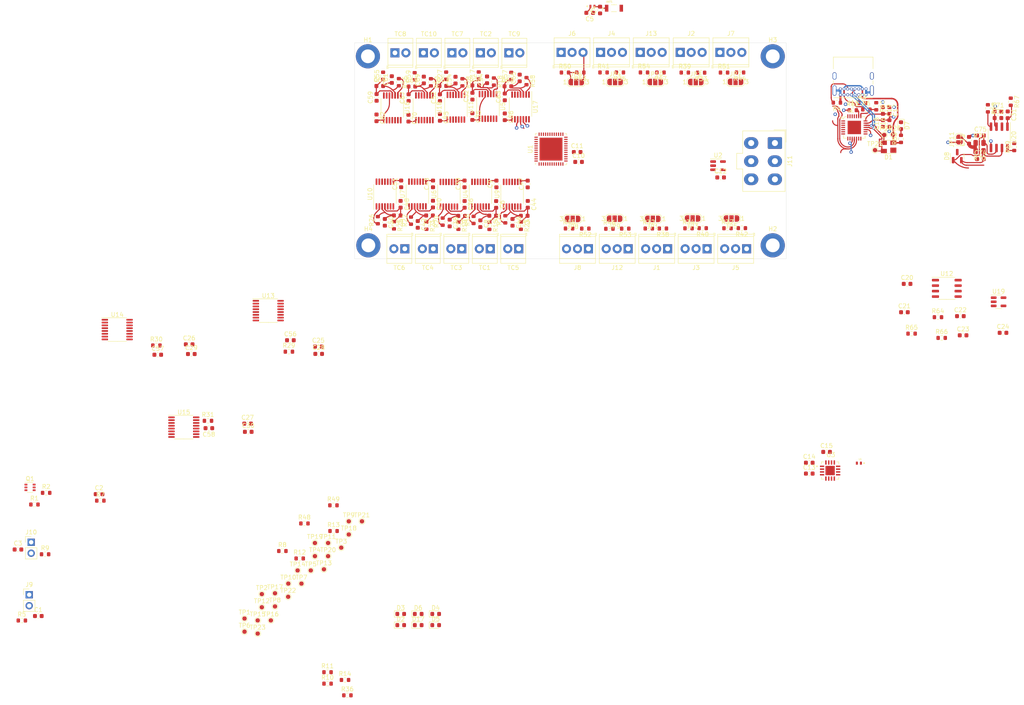
<source format=kicad_pcb>
(kicad_pcb (version 20211014) (generator pcbnew)
  (layers (0 "F.Cu" signal) (1 "In1.Cu" signal) (2 "In2.Cu" signal) (31 "B.Cu" signal) (34 "B.Paste" user) (35 "F.Paste" user) (36 "B.SilkS" user "B.Silkscreen") (37 "F.SilkS" user "F.Silkscreen") (38 "B.Mask" user) (39 "F.Mask" user) (44 "Edge.Cuts" user))
  (net 0 "")
  (net 1 "Net-(ANT1-Pad1)")
  (net 2 "Net-(C1-Pad1)")
  (net 3 "GND")
  (net 4 "/EN")
  (net 5 "Net-(C3-Pad1)")
  (net 6 "/LNA_IN")
  (net 7 "Net-(C6-Pad2)")
  (net 8 "Net-(C7-Pad2)")
  (net 9 "+3V3")
  (net 10 "VBUS")
  (net 11 "Net-(C22-Pad1)")
  (net 12 "Net-(C22-Pad2)")
  (net 13 "Net-(C31-Pad2)")
  (net 14 "Net-(C32-Pad2)")
  (net 15 "Net-(C33-Pad2)")
  (net 16 "Net-(C36-Pad2)")
  (net 17 "Net-(C37-Pad2)")
  (net 18 "Net-(C40-Pad2)")
  (net 19 "Net-(C41-Pad2)")
  (net 20 "Net-(C44-Pad2)")
  (net 21 "Net-(C45-Pad2)")
  (net 22 "Net-(C48-Pad2)")
  (net 23 "Net-(C49-Pad2)")
  (net 24 "Net-(C52-Pad2)")
  (net 25 "Net-(C53-Pad2)")
  (net 26 "Net-(C59-Pad2)")
  (net 27 "Net-(C60-Pad2)")
  (net 28 "Net-(C63-Pad2)")
  (net 29 "Net-(C64-Pad2)")
  (net 30 "Net-(C67-Pad2)")
  (net 31 "Net-(C68-Pad2)")
  (net 32 "Net-(C73-Pad1)")
  (net 33 "/CAN_HIGH")
  (net 34 "/CAN_LOW")
  (net 35 "/usb/Data-")
  (net 36 "/usb/Data+")
  (net 37 "Net-(D7-Pad2)")
  (net 38 "+5V")
  (net 39 "Net-(J1-Pad3)")
  (net 40 "Net-(J2-Pad3)")
  (net 41 "Net-(J3-Pad3)")
  (net 42 "Net-(J4-Pad3)")
  (net 43 "Net-(J5-Pad3)")
  (net 44 "Net-(J6-Pad3)")
  (net 45 "Net-(J7-Pad3)")
  (net 46 "Net-(J8-Pad3)")
  (net 47 "Net-(J11-Pad3)")
  (net 48 "+24V")
  (net 49 "Net-(J12-Pad3)")
  (net 50 "Net-(J13-Pad3)")
  (net 51 "Net-(J14-PadA5)")
  (net 53 "Net-(J14-PadB5)")
  (net 55 "Net-(JP1-Pad1)")
  (net 56 "/analogueI2C/AIN0")
  (net 57 "Net-(JP2-Pad1)")
  (net 58 "/analogueI2C/AIN2")
  (net 59 "Net-(JP3-Pad1)")
  (net 60 "/analogueI2C/AIN4")
  (net 61 "Net-(JP4-Pad1)")
  (net 62 "/analogueI2C/AIN6")
  (net 63 "Net-(JP5-Pad1)")
  (net 64 "/analogueI2C/AIN8")
  (net 65 "Net-(JP6-Pad1)")
  (net 66 "/analogueI2C/AIN1")
  (net 67 "Net-(JP7-Pad1)")
  (net 68 "/analogueI2C/AIN3")
  (net 69 "Net-(JP8-Pad1)")
  (net 70 "/analogueI2C/AIN5")
  (net 71 "Net-(JP9-Pad1)")
  (net 72 "/analogueI2C/AIN7")
  (net 73 "Net-(JP10-Pad1)")
  (net 74 "/analogueI2C/AIN9")
  (net 75 "/CAN/Vref")
  (net 76 "/RTS")
  (net 77 "Net-(Q1-Pad2)")
  (net 78 "/BOOT")
  (net 79 "/DTR")
  (net 80 "Net-(Q1-Pad5)")
  (net 81 "Net-(R6-Pad2)")
  (net 82 "Net-(D2-Pad2)")
  (net 83 "Net-(D3-Pad2)")
  (net 84 "/LED")
  (net 85 "Net-(D4-Pad2)")
  (net 86 "Net-(D5-Pad2)")
  (net 87 "Net-(D6-Pad2)")
  (net 88 "Net-(R15-Pad2)")
  (net 89 "Net-(R16-Pad1)")
  (net 90 "Net-(R17-Pad2)")
  (net 91 "Net-(R18-Pad1)")
  (net 92 "Net-(R19-Pad2)")
  (net 93 "Net-(R20-Pad1)")
  (net 94 "Net-(R21-Pad2)")
  (net 95 "Net-(R22-Pad1)")
  (net 96 "Net-(R23-Pad2)")
  (net 97 "Net-(R24-Pad1)")
  (net 98 "Net-(R25-Pad2)")
  (net 99 "Net-(R26-Pad1)")
  (net 100 "Net-(R27-Pad2)")
  (net 101 "Net-(R28-Pad1)")
  (net 102 "Net-(R29-Pad1)")
  (net 103 "Net-(R30-Pad1)")
  (net 104 "Net-(R31-Pad1)")
  (net 105 "/USB_DET")
  (net 106 "Net-(D17-Pad2)")
  (net 107 "/SCL")
  (net 108 "/SDA")
  (net 109 "Net-(R55-Pad2)")
  (net 110 "Net-(R56-Pad1)")
  (net 111 "Net-(R57-Pad2)")
  (net 112 "Net-(R58-Pad1)")
  (net 113 "Net-(R59-Pad2)")
  (net 114 "Net-(R60-Pad1)")
  (net 115 "Net-(R62-Pad2)")
  (net 116 "Net-(R64-Pad1)")
  (net 117 "/CAN_TX")
  (net 118 "/CAN_RX")
  (net 119 "Net-(R68-Pad2)")
  (net 120 "Net-(R69-Pad1)")
  (net 121 "/CS9")
  (net 122 "/CS8")
  (net 123 "/TXD")
  (net 124 "/RXD")
  (net 125 "/CS7")
  (net 126 "/CS6")
  (net 127 "/C55")
  (net 128 "/CS4")
  (net 129 "/CS3")
  (net 130 "/SCLK")
  (net 131 "/MISO")
  (net 132 "/MOSI")
  (net 133 "/CS2")
  (net 134 "/CS1")
  (net 135 "/CS0")
  (net 156 "Net-(L1-Pad2)")
  (net 159 "/thermocouple0/DRDY")
  (net 160 "/thermocouple0/FAULT")
  (net 162 "/thermocouple1/DRDY")
  (net 163 "/thermocouple1/FAULT")
  (net 165 "/thermocouple3/DRDY")
  (net 166 "/thermocouple3/FAULT")
  (net 168 "/thermocouple4/DRDY")
  (net 169 "/thermocouple4/FAULT")
  (net 172 "unconnected-(U8-Pad10)")
  (net 173 "unconnected-(U8-Pad11)")
  (net 174 "unconnected-(U8-Pad12)")
  (net 179 "unconnected-(U8-Pad17)")
  (net 189 "/thermocouple2/DRDY")
  (net 190 "/thermocouple2/FAULT")
  (net 192 "/thermocouple5/DRDY")
  (net 193 "/CS5")
  (net 194 "/thermocouple5/FAULT")
  (net 196 "/thermocouple6/DRDY")
  (net 197 "/thermocouple6/FAULT")
  (net 201 "/thermocouple7/DRDY")
  (net 202 "/thermocouple7/FAULT")
  (net 204 "/thermocouple8/DRDY")
  (net 205 "/thermocouple8/FAULT")
  (net 207 "/thermocouple9/DRDY")
  (net 208 "/thermocouple9/FAULT")
  (footprint "Capacitor_SMD:C_0603_1608Metric" (layer "F.Cu") (at 118.17 67.35 -90)
    (fp_text reference "C40")
    (fp_text value "0.01uF")
  )
  (footprint "Resistor_SMD:R_0603_1608Metric" (layer "F.Cu") (at 124.989997 39.132617 -90)
    (fp_text reference "R28")
    (fp_text value "100")
  )
  (footprint "Capacitor_SMD:C_0603_1608Metric" (layer "F.Cu") (at 209.37 124.77)
    (fp_text reference "C15")
    (fp_text value "100uF")
  )
  (footprint "Capacitor_SMD:C_0603_1608Metric" (layer "F.Cu") (at 61.68 99.84)
    (fp_text reference "C26")
    (fp_text value "10uF")
  )
  (footprint "TestPoint:TestPoint_Pad_D1.0mm" (layer "F.Cu") (at 93.87 148.92)
    (fp_text reference "TP20")
    (fp_text value "TestPoint")
  )
  (footprint "Package_SO:TSSOP-14_4.4x5mm_P0.65mm" (layer "F.Cu") (at 130.92 44.71 -90)
    (fp_text reference "U5")
    (fp_text value "MAX31856")
  )
  (footprint "TestPoint:TestPoint_Pad_D1.0mm" (layer "F.Cu") (at 90.82 148.92)
    (fp_text reference "TP4")
    (fp_text value "TestPoint")
  )
  (footprint "Resistor_SMD:R_0603_1608Metric" (layer "F.Cu") (at 132.28 38.9575 -90)
    (fp_text reference "R18")
    (fp_text value "100")
  )
  (footprint "Resistor_SMD:R_0603_1608Metric" (layer "F.Cu") (at 180.66 72.93 180)
    (fp_text reference "R40")
    (fp_text value "43k")
  )
  (footprint "Package_SO:SOIC-8_3.9x4.9mm_P1.27mm" (layer "F.Cu") (at 249.37 51.88 -90)
    (fp_text reference "U20")
    (fp_text value "SN65HVD230")
  )
  (footprint "Resistor_SMD:R_0603_1608Metric" (layer "F.Cu") (at 113.08 71.18 90)
    (fp_text reference "R22")
    (fp_text value "100")
  )
  (footprint "Resistor_SMD:R_0603_1608Metric" (layer "F.Cu") (at 235.18 93.55)
    (fp_text reference "R64")
    (fp_text value "100k")
  )
  (footprint "Capacitor_SMD:C_0603_1608Metric" (layer "F.Cu") (at 138.26 38.12 90)
    (fp_text reference "C65")
    (fp_text value "0.01uF")
  )
  (footprint "Capacitor_SMD:C_0603_1608Metric" (layer "F.Cu") (at 134.81 42.51 90)
    (fp_text reference "C63")
    (fp_text value "0.01uF")
  )
  (footprint "Resistor_SMD:R_0603_1608Metric" (layer "F.Cu") (at 128.77 37.56 90)
    (fp_text reference "R17")
    (fp_text value "100")
  )
  (footprint "Capacitor_SMD:C_0603_1608Metric" (layer "F.Cu") (at 134.81 47.12 -90)
    (fp_text reference "C66")
    (fp_text value "0.1uF")
  )
  (footprint "TerminalBlock_TE-Connectivity:TerminalBlock_TE_282834-3_1x03_P2.54mm_Horizontal" (layer "F.Cu") (at 175.46 32.2)
    (fp_text reference "J2")
    (fp_text value "Conn_01x03")
  )
  (footprint "MountingHole:MountingHole_3.2mm_M3_DIN965_Pad" (layer "F.Cu") (at 103.1 33.1)
    (fp_text reference "H1")
    (fp_text value "MountingHole_Pad")
  )
  (footprint "Jumper:SolderJumper-3_P1.3mm_Open_RoundedPad1.0x1.5mm_NumberLabels" (layer "F.Cu") (at 178.33 70.68 180)
    (fp_text reference "JP3")
    (fp_text value "SolderJumper_3_Open")
  )
  (footprint "Capacitor_SMD:C_0603_1608Metric" (layer "F.Cu") (at 223.930001 45.663251 -90)
    (fp_text reference "C17")
    (fp_text value "1.0uF")
  )
  (footprint "Capacitor_SMD:C_0603_1608Metric" (layer "F.Cu") (at 129.15 71.89 -90)
    (fp_text reference "C8")
    (fp_text value "0.01uF")
  )
  (footprint "Resistor_SMD:R_0603_1608Metric" (layer "F.Cu") (at 66.04 117.56)
    (fp_text reference "R31")
    (fp_text value "1k")
  )
  (footprint "Capacitor_SMD:C_0603_1608Metric" (layer "F.Cu") (at 119.779997 42.692617 90)
    (fp_text reference "C52")
    (fp_text value "0.01uF")
  )
  (footprint "Resistor_SMD:R_0603_1608Metric" (layer "F.Cu") (at 98.345 181.16)
    (fp_text reference "R36")
    (fp_text value "470")
  )
  (footprint "TestPoint:TestPoint_Pad_D1.0mm" (layer "F.Cu") (at 98.67 140.85)
    (fp_text reference "TP9")
    (fp_text value "TestPoint")
  )
  (footprint "LED_SMD:LED_0603_1608Metric" (layer "F.Cu") (at 110.7 164.9)
    (fp_text reference "D2")
    (fp_text value "RX_LED")
  )
  (footprint "Capacitor_SMD:C_0603_1608Metric" (layer "F.Cu") (at 120.459997 39.972617)
    (fp_text reference "C53")
    (fp_text value "0.1uF")
  )
  (footprint "Capacitor_SMD:C_0603_1608Metric" (layer "F.Cu") (at 136.6 71.57 -90)
    (fp_text reference "C46")
    (fp_text value "0.01uF")
  )
  (footprint "iclr:QFN28G_0.5-5X5MM" (layer "F.Cu") (at 215.801751 49.588251)
    (property "VALUE" "CP2102-GMR-QFN28")
    (fp_text reference "U8")
    (fp_text value "INTERFACE-CP2102-GMR(QFN28)")
  )
  (footprint "Resistor_SMD:R_0603_1608Metric" (layer "F.Cu") (at 153.47 73.02 180)
    (fp_text reference "R52")
    (fp_text value "43k")
  )
  (footprint "Capacitor_SMD:C_0603_1608Metric" (layer "F.Cu") (at 240.37 93.31)
    (fp_text reference "C22")
    (fp_text value "0.1uF")
  )
  (footprint "TerminalBlock_TE-Connectivity:TerminalBlock_TE_282834-2_1x02_P2.54mm_Horizontal" (layer "F.Cu") (at 118.25 77.7 180)
    (fp_text reference "TC4")
    (fp_text value "Thermocouple")
  )
  (footprint "Resistor_SMD:R_0603_1608Metric" (layer "F.Cu") (at 159.05 73.07)
    (fp_text reference "R46")
    (fp_text value "22k")
  )
  (footprint "Jumper:SolderJumper-3_P1.3mm_Open_RoundedPad1.0x1.5mm_NumberLabels" (layer "F.Cu") (at 151.36 39.08)
    (fp_text reference "JP6")
    (fp_text value "SolderJumper_3_Open")
  )
  (footprint "Resistor_SMD:R_0603_1608Metric" (layer "F.Cu") (at 180.29 36.9 180)
    (fp_text reference "R33")
    (fp_text value "22k")
  )
  (footprint "Resistor_SMD:R_0603_1608Metric" (layer "F.Cu") (at 220.880001 44.673251 -90)
    (fp_text reference "R61")
    (fp_text value "47k")
  )
  (footprint "Resistor_SMD:R_0603_1608Metric" (layer "F.Cu") (at 41.1 136.06)
    (fp_text reference "R7")
    (fp_text value "10K")
  )
  (footprint "Capacitor_SMD:C_0603_1608Metric" (layer "F.Cu") (at 127.31 42.35 90)
    (fp_text reference "C32")
    (fp_text value "0.01uF")
  )
  (footprint "Resistor_SMD:R_0603_1608Metric" (layer "F.Cu") (at 149.7 73)
    (fp_text reference "R45")
    (fp_text value "22k")
  )
  (footprint "Capacitor_SMD:C_0603_1608Metric" (layer "F.Cu") (at 154.48 23.03 180)
    (fp_text reference "C5")
    (fp_text value "1.5pF")
  )
  (footprint "Resistor_SMD:R_0603_1608Metric" (layer "F.Cu") (at 189.32 36.85 180)
    (fp_text reference "R44")
    (fp_text value "22k")
  )
  (footprint "Capacitor_SMD:C_0603_1608Metric" (layer "F.Cu") (at 140.14 67.39 -90)
    (fp_text reference "C44")
    (fp_text value "0.01uF")
  )
  (footprint "Jumper:SolderJumper-3_P1.3mm_Open_RoundedPad1.0x1.5mm_NumberLabels" (layer "F.Cu") (at 160.26 70.73 180)
    (fp_text reference "JP9")
    (fp_text value "SolderJumper_3_Open")
  )
  (footprint "Resistor_SMD:R_0603_1608Metric" (layer "F.Cu") (at 157.7 36.84)
    (fp_text reference "R41")
    (fp_text value "43k")
  )
  (footprint "Capacitor_SMD:C_0603_1608Metric" (layer "F.Cu") (at 54.405 102.25)
    (fp_text reference "C57")
    (fp_text value "0.1uF")
  )
  (footprint "Resistor_SMD:R_0603_1608Metric" (layer "F.Cu") (at 120.42 71.4075 90)
    (fp_text reference "R20")
    (fp_text value "100")
  )
  (footprint "LED_SMD:LED_0603_1608Metric" (layer "F.Cu") (at 114.75 164.9)
    (fp_text reference "D17")
    (fp_text value "USB_LED")
  )
  (footprint "Package_SO:TSSOP-14_4.4x5mm_P0.65mm" (layer "F.Cu") (at 116.18 45.02 -90)
    (fp_text reference "U18")
    (fp_text value "MAX31856")
  )
  (footprint "Package_SO:TSSOP-16_4.4x5mm_P0.65mm" (layer "F.Cu") (at 45.01 96.42)
    (fp_text reference "U14")
    (fp_text value "ADS1219")
  )
  (footprint "TerminalBlock_TE-Connectivity:TerminalBlock_TE_282834-2_1x02_P2.54mm_Horizontal" (layer "F.Cu") (at 115.96 32.3)
    (fp_text reference "TC10")
    (fp_text value "Thermocouple")
  )
  (footprint "TerminalBlock_TE-Connectivity:TerminalBlock_TE_282834-3_1x03_P2.54mm_Horizontal" (layer "F.Cu") (at 147.86 32.2)
    (fp_text reference "J6")
    (fp_text value "Conn_01x03")
  )
  (footprint "Capacitor_SMD:C_0603_1608Metric" (layer "F.Cu") (at 118.18 62.67 90)
    (fp_text reference "C43")
    (fp_text value "0.1uF")
  )
  (footprint "TestPoint:TestPoint_Pad_D1.0mm" (layer "F.Cu") (at 220.590001 54.843251)
    (fp_text reference "TP25")
    (fp_text value "TestPoint")
  )
  (footprint "Jumper:SolderJumper-3_P1.3mm_Open_RoundedPad1.0x1.5mm_NumberLabels" (layer "F.Cu") (at 169.11 70.77 180)
    (fp_text reference "JP1")
    (fp_text value "SolderJumper_3_Open")
  )
  (footprint "TestPoint:TestPoint_Pad_D1.0mm" (layer "F.Cu") (at 89.86 152.23)
    (fp_text reference "TP5")
    (fp_text value "TestPoint")
  )
  (footprint "Jumper:SolderJumper-3_P1.3mm_Open_RoundedPad1.0x1.5mm_NumberLabels" (layer "F.Cu") (at 150.54 70.78 180)
    (fp_text reference "JP8")
    (fp_text value "SolderJumper_3_Open")
  )
  (footprint "Package_SO:TSSOP-14_4.4x5mm_P0.65mm" (layer "F.Cu") (at 123.489997 44.902617 -90)
    (fp_text reference "U11")
    (fp_text value "MAX31856")
  )
  (footprint "Resistor_SMD:R_0603_1608Metric" (layer "F.Cu") (at 109.14 72.26 -90)
    (fp_text reference "R25")
    (fp_text value "100")
  )
  (footprint "Resistor_SMD:R_0603_1608Metric" (layer "F.Cu") (at 139.84 38.86 -90)
    (fp_text reference "R58")
    (fp_text value "100")
  )
  (footprint "Capacitor_SMD:C_0603_1608Metric" (layer "F.Cu") (at 40.8 134.55)
    (fp_text reference "C2")
    (fp_text value "1nF")
  )
  (footprint "Connector_Molex:Molex_Mini-Fit_Jr_5566-06A_2x03_P4.20mm_Vertical" (layer "F.Cu") (at 197.4 53.2 -90)
    (fp_text reference "J11")
    (fp_text value "Conn_01x05_Male")
  )
  (footprint "TestPoint:TestPoint_Pad_D1.0mm" (layer "F.Cu") (at 101.72 140.85)
    (fp_text reference "TP21")
    (fp_text value "TestPoint")
  )
  (footprint "Resistor_SMD:R_0603_1608Metric" (layer "F.Cu") (at 83.28 147.73)
    (fp_text reference "R8")
    (fp_text value "10K")
  )
  (footprint "Resistor_SMD:R_0603_1608Metric" (layer "F.Cu") (at 138.54 72.36 -90)
    (fp_text reference "R23")
    (fp_text value "100")
  )
  (footprint "TestPoint:TestPoint_Pad_D1.0mm" (layer "F.Cu") (at 78.52 157.71)
    (fp_text reference "TP2")
    (fp_text value "TestPoint")
  )
  (footprint "TestPoint:TestPoint_Pad_D1.0mm" (layer "F.Cu") (at 93.87 145.87)
    (fp_text reference "TP11")
    (fp_text value "TestPoint")
  )
  (footprint "TerminalBlock_TE-Connectivity:TerminalBlock_TE_282834-3_1x03_P2.54mm_Horizontal" (layer "F.Cu") (at 166.2 32.2)
    (fp_text reference "J13")
    (fp_text value "Conn_01x03")
  )
  (footprint "TerminalBlock_TE-Connectivity:TerminalBlock_TE_282834-2_1x02_P2.54mm_Horizontal" (layer "F.Cu") (at 109.358885 32.3)
    (fp_text reference "TC8")
    (fp_text value "Thermocouple")
  )
  (footprint "Capacitor_SMD:C_0603_1608Metric" (layer "F.Cu") (at 109.9 69.98 180)
    (fp_text reference "C49")
    (fp_text value "0.1uF")
  )
  (footprint "Resistor_SMD:R_0603_1608Metric" (layer "F.Cu") (at 161.48 36.84 180)
    (fp_text reference "R35")
    (fp_text value "22k")
  )
  (footprint "TerminalBlock_TE-Connectivity:TerminalBlock_TE_282834-2_1x02_P2.54mm_Horizontal" (layer "F.Cu") (at 122.56 32.3)
    (fp_text reference "TC7")
    (fp_text value "Thermocouple")
  )
  (footprint "Connector_PinHeader_2.54mm:PinHeader_1x02_P2.54mm_Vertical" (layer "F.Cu") (at 24.62 157.855)
    (fp_text reference "J9")
    (fp_text value "Conn_01x02_Male")
  )
  (footprint "TerminalBlock_TE-Connectivity:TerminalBlock_TE_282834-2_1x02_P2.54mm_Horizontal" (layer "F.Cu") (at 135.76 32.3)
    (fp_text reference "TC9")
    (fp_text value "Thermocouple")
  )
  (footprint "TerminalBlock_TE-Connectivity:TerminalBlock_TE_282834-3_1x03_P2.54mm_Horizontal" (layer "F.Cu") (at 184.66 32.2)
    (fp_text reference "J7")
    (fp_text value "Conn_01x03")
  )
  (footprint "Resistor_SMD:R_0603_1608Metric" (layer "F.Cu") (at 226.610001 52.233251 90)
    (fp_text reference "R63")
    (fp_text value "470")
  )
  (footprint "Capacitor_SMD:C_0603_1608Metric" (layer "F.Cu") (at 105.84 39.99)
    (fp_text reference "C60")
    (fp_text value "0.1uF")
  )
  (footprint "Resistor_SMD:R_0603_1608Metric" (layer "F.Cu") (at 211.758541 43.85057 180)
    (fp_text reference "R4")
    (fp_text value "5.1k")
  )
  (footprint "TestPoint:TestPoint_Pad_D1.0mm" (layer "F.Cu") (at 84.62 158.33)
    (fp_text reference "TP22")
    (fp_text value "TestPoint")
  )
  (footprint "Capacitor_SMD:C_0603_1608Metric" (layer "F.Cu") (at 156.89 22.38 90)
    (fp_text reference "C4")
    (fp_text value "1.2pF")
  )
  (footprint "Package_SO:TSSOP-14_4.4x5mm_P0.65mm" (layer "F.Cu") (at 129.18 65.05 90)
    (fp_text reference "U4")
    (fp_text value "MAX31856")
  )
  (footprint "Jumper:SolderJumper-3_P1.3mm_Open_RoundedPad1.0x1.5mm_NumberLabels" (layer "F.Cu") (at 169.68 39.05)
    (fp_text reference "JP10")
    (fp_text value "SolderJumper_3_Open")
  )
  (footprint "Capacitor_SMD:C_0603_1608Metric" (layer "F.Cu") (at 227.405 92.4)
    (fp_text reference "C21")
    (fp_text value "1uF")
  )
  (footprint "LED_SMD:LED_0603_1608Metric" (layer "F.Cu") (at 118.8 162.31)
    (fp_text reference "D4")
    (fp_text value "LED")
  )
  (footprint "Resistor_SMD:R_0603_1608Metric" (layer "F.Cu") (at 136.31 37.66 90)
    (fp_text reference "R57")
    (fp_text value "100")
  )
  (footprint "Capacitor_SMD:C_0603_1608Metric" (layer "F.Cu") (at 112.5 47.44 -90)
    (fp_text reference "C70")
    (fp_text value "0.1uF")
  )
  (footprint "Package_TO_SOT_SMD:SOT-23-5" (layer "F.Cu") (at 249.225 89.98)
    (fp_text reference "U19")
    (fp_text value "LTC4411")
  )
  (footprint "Package_SO:TSSOP-14_4.4x5mm_P0.65mm" (layer "F.Cu") (at 114.57 65.01 90)
    (fp_text reference "U7")
    (fp_text value "MAX31856")
  )
  (footprint "Jumper:SolderJumper-3_P1.3mm_Open_RoundedPad1.0x1.5mm_NumberLabels" (layer "F.Cu") (at 188.28 39.02)
    (fp_text reference "JP7")
    (fp_text value "SolderJumper_3_Open")
  )
  (footprint "Capacitor_SMD:C_0603_1608Metric" (layer "F.Cu") (at 125.48 62.66 90)
    (fp_text reference "C39")
    (fp_text value "0.1uF")
  )
  (footprint "Capacitor_SMD:C_0603_1608Metric" (layer "F.Cu") (at 62.18 102.08)
    (fp_text reference "C29")
    (fp_text value "100nF")
  )
  (footprint "Jumper:SolderJumper-3_P1.3mm_Open_RoundedPad1.0x1.5mm_NumberLabels" (layer "F.Cu") (at 179.06 39.06)
    (fp_text reference "JP2")
    (fp_text value "SolderJumper_3_Open")
  )
  (footprint "Connector_PinHeader_2.54mm:PinHeader_1x02_P2.54mm_Vertical" (layer "F.Cu") (at 25.075 145.7)
    (fp_text reference "J10")
    (fp_text value "Conn_01x02_Male")
  )
  (footprint "Capacitor_SMD:C_0603_1608Metric" (layer "F.Cu") (at 26.73 162.79)
    (fp_text reference "C1")
    (fp_text value "1nF")
  )
  (footprint "TestPoint:TestPoint_Pad_D1.0mm" (layer "F.Cu") (at 92.91 151.97)
    (fp_text reference "TP13")
    (fp_text value "TestPoint")
  )
  (footprint "Package_TO_SOT_SMD:SOT-363_SC-70-6" (layer "F.Cu") (at 24.81 132.99)
    (fp_text reference "Q1")
    (fp_text value "MMDT2222A")
  )
  (footprint "Resistor_SMD:R_0603_1608Metric" (layer "F.Cu") (at 113.93 37.73 90)
    (fp_text reference "R59")
    (fp_text value "100")
  )
  (footprint "Resistor_SMD:R_0603_1608Metric" (layer "F.Cu") (at 22.915 163.83)
    (fp_text reference "R5")
    (fp_text value "470")
  )
  (footprint "Package_DFN_QFN:QFN-48-1EP_7x7mm_P0.5mm_EP5.3x5.3mm" (layer "F.Cu") (at 145.52 54.61 90)
    (fp_text reference "U1")
    (fp_text value "ESP32-PICO-D4")
  )
  (footprint "Resistor_SMD:R_0603_1608Metric" (layer "F.Cu") (at 106.62 37.625 90)
    (fp_text reference "R55")
    (fp_text value "100")
  )
  (footprint "Capacitor_SMD:C_0603_1608Metric" (layer "F.Cu") (at 127.3 47.07 -90)
    (fp_text reference "C35")
    (fp_text value "0.1uF")
  )
  (footprint "Capacitor_SMD:C_0603_1608Metric" (layer "F.Cu") (at 105.09 47.36 -90)
    (fp_text reference "C62")
    (fp_text value "0.1uF")
  )
  (footprint "TestPoint:TestPoint_Pad_D1.0mm" (layer "F.Cu") (at 96.92 146.95)
    (fp_text reference "TP3")
    (fp_text value "TestPoint")
  )
  (footprint "Resistor_SMD:R_0603_1608Metric" (layer "F.Cu") (at 167.065 36.84)
    (fp_text reference "R54")
    (fp_text value "43k")
  )
  (footprint "Resistor_SMD:R_0603_1608Metric" (layer "F.Cu") (at 189.74 72.92 180)
    (fp_text reference "R42")
    (fp_text value "43k")
  )
  (footprint "Capacitor_SMD:C_0603_1608Metric" (layer "F.Cu") (at 114.65 72.05 -90)
    (fp_text reference "C42")
    (fp_text value "0.01uF")
  )
  (footprint "MountingHole:MountingHole_3.2mm_M3_DIN965_Pad" (layer "F.Cu") (at 196.9 33.1)
    (fp_text reference "H3")
    (fp_text value "MountingHole_Pad")
  )
  (footprint "Resistor_SMD:R_0603_1608Metric" (layer "F.Cu") (at 131.25 72.38 -90)
    (fp_text reference "R15")
    (fp_text value "100")
  )
  (footprint "Capacitor_SMD:C_0603_1608Metric" (layer "F.Cu") (at 112.53 42.68 90)
    (fp_text reference "C67")
    (fp_text value "0.01uF")
  )
  (footprint "Resistor_SMD:R_0603_1608Metric" (layer "F.Cu") (at 152.3 36.86 180)
    (fp_text reference "R43")
    (fp_text value "22k")
  )
  (footprint "LED_SMD:LED_0603_1608Metric" (layer "F.Cu") (at 114.75 162.31)
    (fp_text reference "D6")
    (fp_text value "PWR_LED")
  )
  (footprint "TerminalBlock_TE-Connectivity:TerminalBlock_TE_282834-3_1x03_P2.54mm_Horizontal" (layer "F.Cu") (at 157 32.2)
    (fp_text reference "J4")
    (fp_text value "Conn_01x03")
  )
  (footprint "Capacitor_SMD:C_0603_1608Metric" (layer "F.Cu") (at 91.69 102.05)
    (fp_text reference "C28")
    (fp_text value "100nF")
  )
  (footprint "TerminalBlock_TE-Connectivity:TerminalBlock_TE_282834-2_1x02_P2.54mm_Horizontal" (layer "F.Cu") (at 124.85 77.7 180)
    (fp_text reference "TC3")
    (fp_text value "Thermocouple")
  )
  (footprint "TestPoint:TestPoint_Pad_D1.0mm" (layer "F.Cu") (at 77.56 163.81)
    (fp_text reference "TP15")
    (fp_text value "TestPoint")
  )
  (footprint "Capacitor_SMD:C_0603_1608Metric" (layer "F.Cu") (at 85.135 98.89)
    (fp_text reference "C56")
    (fp_text value "0.1uF")
  )
  (footprint "Resistor_SMD:R_0603_1608Metric" (layer "F.Cu") (at 116.66 72.34 -90)
    (fp_text reference "R21")
    (fp_text value "100")
  )
  (footprint "Capacitor_SMD:C_0603_1608Metric" (layer "F.Cu") (at 139.32 70.06 180)
    (fp_text reference "C45")
    (fp_text value "0.1uF")
  )
  (footprint "Resistor_SMD:R_0603_1608Metric" (layer "F.Cu") (at 218.590001 45.433251)
    (fp_text reference "R6")
    (fp_text value "24k")
  )
  (footprint "TerminalBlock_TE-Connectivity:TerminalBlock_TE_282834-3_1x03_P2.54mm_Horizontal" (layer "F.Cu") (at 190.84 77.7 180)
    (fp_text reference "J5")
    (fp_text value "Conn_01x03")
  )
  (footprint "LED_SMD:LED_0603_1608Metric" (layer "F.Cu") (at 110.7 162.31)
    (fp_text reference "D3")
    (fp_text value "TX_LED")
  )
  (footprint "Capacitor_SMD:C_0603_1608Metric" (layer "F.Cu") (at 22.015 147.38)
    (fp_text reference "C3")
    (fp_text value "1nF")
  )
  (footprint "Resistor_SMD:R_0603_1608Metric" (layer "F.Cu") (at 162.72 73.03 180)
    (fp_text reference "R53")
    (fp_text value "43k")
  )
  (footprint "Capacitor_SMD:C_0603_1608Metric" (layer "F.Cu") (at 132.01 70.04 180)
    (fp_text reference "C7")
    (fp_text value "0.1uF")
  )
  (footprint "LED_SMD:LED_0603_1608Metric" (layer "F.Cu") (at 226.610001 49.165751 -90)
    (fp_text reference "D7")
    (fp_text value "USB_LED")
  )
  (footprint "Capacitor_SMD:C_0603_1608Metric" (layer "F.Cu") (at 132.81 67.42 -90)
    (fp_text reference "C6")
    (fp_text value "0.01uF")
  )
  (footprint "Capacitor_SMD:C_0603_1608Metric" (layer "F.Cu") (at 128.07 39.84)
    (fp_text reference "C33")
    (fp_text value "0.1uF")
  )
  (footprint "Resistor_SMD:R_0805_2012Metric" (layer "F.Cu") (at 244.8175 55.07 180)
    (fp_text reference "R70")
    (fp_text value "60")
  )
  (footprint "Capacitor_SMD:C_0603_1608Metric" (layer "F.Cu") (at 223.930001 48.673251 90)
    (fp_text reference "C16")
    (fp_text value "4.7uF")
  )
  (footprint "Capacitor_SMD:C_0603_1608Metric" (layer "F.Cu") (at 251.345 46.655 -90)
    (fp_text reference "C31")
    (fp_text value "160pF")
  )
  (footprint "Package_SO:TSSOP-14_4.4x5mm_P0.65mm" (layer "F.Cu") (at 121.86 65.07 90)
    (fp_text reference "U6")
    (fp_text value "MAX31856")
  )
  (footprint "Capacitor_SMD:C_0603_1608Metric" (layer "F.Cu") (at 91.615 100.37)
    (fp_text reference "C25")
    (fp_text value "10uF")
  )
  (footprint "iclr:QFN65P400X400X100-17N" (layer "F.Cu") (at 210.19 129.08)
    (fp_text reference "U3")
    (fp_text value "TPS61092RSAR")
  )
  (footprint "Package_TO_SOT_SMD:SOT-23" (layer "F.Cu") (at 239.645 56.23 90)
    (fp_text reference "D8")
    (fp_text value "SM712_SOT23")
  )
  (footprint "Resistor_SMD:R_0603_1608Metric" (layer "F.Cu") (at 217.649389 43.941085)
    (fp_text reference "R3")
    (fp_text value "5.1k")
  )
  (footprint "Capacitor_SMD:C_0603_1608Metric" (layer "F.Cu") (at 125.5 67.41 -90)
    (fp_text reference "C36")
    (fp_text value "0.01uF")
  )
  (footprint "Resistor_SMD:R_0603_1608Metric" (layer "F.Cu") (at 88.39 141.34)
    (fp_text reference "R48")
    (fp_text value "1k")
  )
  (footprint "Resistor_SMD:R_0603_1608Metric" (layer "F.Cu") (at 185.61 36.87)
    (fp_text reference "R51")
    (fp_text value "43k")
  )
  (footprint "Capacitor_SMD:C_0603_1608Metric" (layer "F.Cu") (at 222.420001 48.673251 90)
    (fp_text reference "C18")
    (fp_text value "0.1uF")
  )
  (footprint "Resistor_SMD:R_0603_1608Metric" (layer "F.Cu") (at 134.93 70.87 90)
    (fp_text reference "R24")
    (fp_text value "100")
  )
  (footprint "Capacitor_SMD:C_0603_1608Metric" (layer "F.Cu") (at 140.12 62.69 90)
    (fp_text reference "C47")
    (fp_text value "0.1uF")
  )
  (footprint "iclr:INDC1006X60N" (layer "F.Cu") (at 216.8575 127.37)
    (fp_text reference "L1")
    (fp_text value "6.8uH")
  )
  (footprint "TestPoint:TestPoint_Pad_D1.0mm" (layer "F.Cu") (at 77.56 166.86)
    (fp_text reference "TP23")
    (fp_text value "TestPoint")
  )
  (footprint "Capacitor_SMD:C_0603_1608Metric" (layer "F.Cu") (at 151.91 57.57)
    (fp_text reference "C10")
    (fp_text value "10uF")
  )
  (footprint "Capacitor_SMD:C_0603_1608Metric" (layer "F.Cu") (at 117.37 69.99 180)
    (fp_text reference "C41")
    (fp_text value "0.1uF")
  )
  (footprint "TestPoint:TestPoint_Pad_D1.0mm" (layer "F.Cu") (at 81.57 160.57)
    (fp_text reference "TP8")
    (fp_text value "TestPoint")
  )
  (footprint "Package_SO:TSSOP-14_4.4x5mm_P0.65mm" (layer "F.Cu") (at 108.74 45.04 -90)
    (fp_text reference "U16")
    (fp_text value "MAX31856")
  )
  (footprint "Jumper:SolderJumper-2_P1.3mm_Open_RoundedPad1.0x1.5mm" (layer "F.Cu") (at 240.17 52.39 90)
    (fp_text reference "JP11")
    (fp_text value "SolderJumper_2_Open")
  )
  (footprint "Resistor_SMD:R_0603_1608Metric" (layer "F.Cu") (at 84.79 101.54)
    (fp_text reference "R29")
    (fp_text value "1k")
  )
  (footprint "Resistor_SMD:R_0603_1608Metric" (layer "F.Cu") (at 186.42 72.94)
    (fp_text reference "R37")
    (fp_text value "22k")
  )
  (footprint "Capacitor_SMD:C_0603_1608Metric" (layer "F.Cu") (at 241 97.75)
    (fp_text reference "C23")
    (fp_text value "10uF")
  )
  (footprint "LED_SMD:LED_0603_1608Metric" (layer "F.Cu") (at 118.8 164.9)
    (fp_text reference "D5")
    (fp_text value "LED")
  )
  (footprint "TestPoint:TestPoint_Pad_D1.0mm" (layer "F.Cu") (at 224.770001 51.233251)
    (fp_text reference "TP26")
    (fp_text value "TestPoint")
  )
  (footprint "Capacitor_SMD:C_0603_1608Metric" (layer "F.Cu") (at 122.04 71.7275 -90)
    (fp_text reference "C38")
    (fp_text value "0.01uF")
  )
  (footprint "Capacitor_SMD:C_0603_1608Metric" (layer "F.Cu") (at 123.389997 38.622617 90)
    (fp_text reference "C54")
    (fp_text value "0.01uF")
  )
  (footprint "Package_SO:SOP-8_3.9x4.9mm_P1.27mm" (layer "F.Cu") (at 237.225 86.87)
    (fp_text reference "U12")
    (fp_text value "RT9025-25GSP")
  )
  (footprint "TerminalBlock_TE-Connectivity:TerminalBlock_TE_282834-3_1x03_P2.54mm_Horizontal" (layer "F.Cu") (at 181.68 77.7 180)
    (fp_text reference "J3")
    (fp_text value "Conn_01x03")
  )
  (footprint "TerminalBlock_TE-Connectivity:TerminalBlock_TE_282834-2_1x02_P2.54mm_Horizontal" (layer "F.Cu") (at 131.45 77.7 180)
    (fp_text reference "TC1")
    (fp_text value "Thermocouple")
  )
  (footprint "Resistor_SMD:R_0603_1608Metric" (layer "F.Cu") (at 54.09 100.09)
    (fp_text reference "R30")
    (fp_text value "1k")
  )
  (footprint "Capacitor_SMD:C_0603_1608Metric" (layer "F.Cu") (at 124.82 70.0875 180)
    (fp_text reference "C37")
    (fp_text value "0.1uF")
  )
  (footprint "Capacitor_SMD:C_0603_1608Metric" (layer "F.Cu") (at 228.025 85.83)
    (fp_text reference "C20")
    (fp_text value "10uF")
  )
  (footprint "Capacitor_SMD:C_0603_1608Metric" (layer "F.Cu") (at 108.63 38.49 90)
    (fp_text reference "C61")
    (fp_text value "0.01uF")
  )
  (footprint "Jumper:SolderJumper-3_P1.3mm_Open_RoundedPad1.0x1.5mm_NumberLabels" (layer "F.Cu") (at 187.34 70.69 180)
    (fp_text reference "JP5")
    (fp_text value "SolderJumper_3_Open")
  )
  (footprint "TestPoint:TestPoint_Pad_D1.0mm" (layer "F.Cu") (at 81.57 157.52)
    (fp_text reference "TP17")
    (fp_text value "TestPoint")
  )
  (footprint "TerminalBlock_TE-Connectivity:TerminalBlock_TE_282834-2_1x02_P2.54mm_Horizontal" (layer "F.Cu") (at 138.04 77.7 180)
    (fp_text reference "TC5")
    (fp_text value "Thermocouple")
  )
  (footprint "Resistor_SMD:R_0603_1608Metric" (layer "F.Cu") (at 171.44 73 180)
    (fp_text reference "R38")
    (fp_text value "43k")
  )
  (footprint "Resistor_SMD:R_0603_1608Metric" (layer "F.Cu") (at 215.453829 45.588361)
    (fp_text reference "R62")
    (fp_text value "4.7k")
  )
  (footprint "Capacitor_SMD:C_0603_1608Metric" (layer "F.Cu") (at 105.11 42.63 90)
    (fp_text reference "C59")
    (fp_text value "0.01uF")
  )
  (footprint "TestPoint:TestPoint_Pad_D1.0mm" (layer "F.Cu") (at 78.52 160.76)
    (fp_text reference "TP12")
    (fp_text value "TestPoint")
  )
  (footprint "TestPoint:TestPoint_Pad_D1.0mm" (layer "F.Cu") (at 74.51 163.37)
    (fp_text reference "TP1")
    (fp_text value "TestPoint")
  )
  (footprint "Capacitor_SMD:C_0603_1608Metric" (layer "F.Cu") (at 119.789997 47.262617 -90)
    (fp_text reference "C55")
    (fp_text value "0.1uF")
  )
  (footprint "Resistor_SMD:R_0603_1608Metric" (layer "F.Cu") (at 97.79 177.6)
    (fp_text reference "R14")
    (fp_text value "470")
  )
  (footprint "TestPoint:TestPoint_Pad_D1.0mm" (layer "F.Cu") (at 90.82 145.87)
    (fp_text reference "TP19")
    (fp_text value "TestPoint")
  )
  (footprint "Resistor_SMD:R_0603_1608Metric" (layer "F.Cu") (at 252.045 43.63 -90)
    (fp_text reference "R67")
    (fp_text value "90")
  )
  (footprint "Capacitor_SMD:C_0603_1608Metric" (layer "F.Cu") (at 75.37 120.11)
    (fp_text reference "C30")
    (fp_text value "100nF")
  )
  (footprint "Capacitor_SMD:C_0603_1608Metric" (layer "F.Cu") (at 245.02 51.455)
    (fp_text reference "C75")
    (fp_text value "220 pF")
  )
  (footprint "Resistor_SMD:R_0603_1608Metric" (layer "F.Cu") (at 168.18 73)
    (fp_text reference "R32")
    (fp_text value "22k")
  )
  (footprint "Resistor_SMD:R_0603_1608Metric" (layer "F.Cu") (at 176.52 36.87)
    (fp_text reference "R39")
    (fp_text value "43k")
  )
  (footprint "iclr:INDC1006X60N" (layer "F.Cu") (at 155.12 21.52 180)
    (fp_text reference "L2")
    (fp_text value "LQG15WZ1N8B02D")
  )
  (footprint "Resistor_SMD:R_0603_1608Metric" (layer "F.Cu") (at 25.83 136.95)
    (fp_text reference "R1")
    (fp_text value "10K")
  )
  (footprint "Package_TO_SOT_SMD:SOT-143" (layer "F.Cu") (at 223.740001 54.093251 180)
    (fp_text reference "D1")
    (fp_text value "SP0503BAHT")
  )
  (footprint "Capacitor_SMD:C_0603_1608Metric" (layer "F.Cu") (at 135.53 40.06)
    (fp_text reference "C64")
    (fp_text value "0.1uF")
  )
  (footprint "Connector_USB:USB_C_Receptacle_GCT_USB4085" (layer "F.Cu") (at 218.510001 42.013251 180)
    (fp_text reference "J14")
    (fp_text value "USB_C_Receptacle_USB2.0")
  )
  (footprint "Capacitor_SMD:C_0603_1608Metric" (layer "F.Cu") (at 151.58 55.29)
    (fp_text reference "C11")
    (fp_text value "100nF")
  )
  (footprint "Resistor_SMD:R_0603_1608Metric" (layer "F.Cu") (at 148.76 36.86)
    (fp_text reference "R50")
    (fp_text value "43k")
  )
  (footprint "Jumper:SolderJumper-3_P1.3mm_Open_RoundedPad1.0x1.5mm_NumberLabels" (layer "F.Cu") (at 160.37 39.05)
    (fp_text reference "JP4")
    (fp_text value "SolderJumper_3_Open")
  )
  (footprint "Resistor_SMD:R_0603_1608Metric" (layer "F.Cu") (at 95.11 137.14)
    (fp_text reference "R49")
    (fp_text value "1k")
  )
  (footprint "Resistor_SMD:R_0603_1608Metric" (layer "F.Cu") (at 177.39 72.96)
    (fp_text reference "R34")
    (fp_text value "22k")
  )
  (footprint "TestPoint:TestPoint_Pad_D1.0mm" (layer "F.Cu") (at 222.740001 51.323251)
    (fp_text reference "TP24")
    (fp_text value "TestPoint")
  )
  (footprint "Resistor_SMD:R_0603_1608Metric" (layer "F.Cu") (at 229.07 97.36)
    (fp_text reference "R65")
    (fp_text value "147k")
  )
  (footprint "Resistor_SMD:R_0603_1608Metric" (layer "F.Cu") (at 28.3 148.48)
    (fp_text reference "R9")
    (fp_text value "470")
  )
  (footprint "Capacitor_SMD:C_0603_1608Metric" (layer "F.Cu") (at 249.085 47.405)
    (fp_text reference "C72")
    (fp_text value "10uF")
  )
  (footprint "TerminalBlock_TE-Connectivity:TerminalBlock_TE_282834-2_1x02_P2.54mm_Horizontal" (layer "F.Cu") (at 111.65 77.7 180)
    (fp_text reference "TC6")
    (fp_text value "Thermocouple")
  )
  (footprint "Package_SO:TSSOP-14_4.4x5mm_P0.65mm" (layer "F.Cu") (at 107.04 65.02 90)
    (fp_text reference "U10")
    (fp_text value "MAX31856")
  )
  (footprint "Capacitor_SMD:C_0603_1608Metric" (layer "F.Cu") (at 110.67 67.3825 -90)
    (fp_text reference "C48")
    (fp_text value "0.01uF")
  )
  (footprint "Capacitor_SMD:C_0603_1608Metric" (layer "F.Cu") (at 110.8 62.6625 90)
    (fp_text reference "C51")
    (fp_text value "0.1uF")
  )
  (footprint "Package_SO:TSSOP-14_4.4x5mm_P0.65mm" (layer "F.Cu") (at 138.46 44.83 -90)
    (fp_text reference "U17")
    (fp_text value "MAX31856")
  )
  (footprint "Package_SO:TSSOP-16_4.4x5mm_P0.65mm" (layer "F.Cu") (at 80 92.03)
    (fp_text reference "U13")
    (fp_text value "ADS1219")
  )
  (footprint "Capacitor_SMD:C_0603_1608Metric" (layer "F.Cu") (at 116.05 38.59 90)
    (fp_text reference "C69")
    (fp_text value "0.01uF")
  )
  (footprint "Resistor_SMD:R_0603_1608Metric" (layer "F.Cu") (at 124.06 72.3575 -90)
    (fp_text reference "R19")
    (fp_text value "100")
  )
  (footprint "Resistor_SMD:R_0603_1608Metric" (layer "F.Cu") (at 236.045 98.35)
    (fp_text reference "R66")
    (fp_text value "47k")
  )
  (footprint "TerminalBlock_TE-Connectivity:TerminalBlock_TE_282834-3_1x03_P2.54mm_Horizontal" (layer "F.Cu") (at 172.54 77.7 180)
    (fp_text reference "J1")
    (fp_text value "Conn_01x03")
  )
  (footprint "Resistor_SMD:R_0603_1608Metric" (layer "F.Cu") (at 252.845 54.105 90)
    (fp_text reference "R69")
    (fp_text value "10k")
  )
  (footprint "Resistor_SMD:R_0603_1608Metric" (layer "F.Cu") (at 93.74 175.8)
    (fp_text reference "R11")
    (fp_text value "470")
  )
  (footprint "Resistor_SMD:R_0603_1608Metric" (layer "F.Cu") (at 93.745 178.46)
    (fp_text reference "R10")
    (fp_text value "470")
  )
  (footprint "TestPoint:TestPoint_Pad_D1.0mm" (layer "F.Cu") (at 84.65 155.28)
    (fp_text reference "TP10")
    (fp_text value "TestPoint")
  )
  (footprint "Resistor_SMD:R_0603_1608Metric" (layer "F.Cu") (at 121.229997 37.592617 90)
    (fp_text reference "R27")
    (fp_text value "100")
  )
  (footprint "TestPoint:TestPoint_Pad_D1.0mm" (layer "F.Cu") (at 74.51 166.42)
    (fp_text reference "TP6")
    (fp_text value "TestPoint")
  )
  (footprint "Capacitor_SMD:C_0603_1608Metric" (layer "F.Cu") (at 222.420001 45.663251 -90)
    (fp_text reference "C19")
    (fp_text value "0.1uF")
  )
  (footprint "Capacitor_SMD:C_0603_1608Metric" (layer "F.Cu") (at 242.37 52.555 90)
    (fp_text reference "C73")
    (fp_text value "0.1uF")
  )
  (footprint "iclr:ANT_AMCA31-2R450G-S1F-T3" (layer "F.Cu") (at 160.11 21.96)
    (fp_text reference "ANT1")
    (fp_text value "AMCA31-2R450G-S1F-T3")
  )
  (footprint "Resistor_SMD:R_0603_1608Metric" (layer "F.Cu") (at 105.4 71.07 90)
    (fp_text reference "R26")
    (fp_text value "100")
  )
  (footprint "Package_TO_SOT_SMD:SOT-23-5" (layer "F.Cu") (at 184.22 58.44)
    (fp_text reference "U2")
    (fp_text value "LTC4411")
  )
  (footprint "Resistor_SMD:R_0603_1608Metric" (layer "F.Cu") (at 28.55 134.25)
    (fp_text reference "R2")
    (fp_text value "10K")
  )
  (footprint "Capacitor_SMD:C_0603_1608Metric" (layer "F.Cu") (at 245.02 56.905)
    (fp_text reference "C74")
    (fp_text value "220pF")
  )
  (footprint "TestPoint:TestPoint_Pad_D1.0mm" (layer "F.Cu") (at 98.67 143.9)
    (fp_text reference "TP18")
    (fp_text value "TestPoint")
  )
  (footprint "Capacitor_SMD:C_0603_1608Metric" (layer "F.Cu") (at 250.25 97.17)
    (fp_text reference "C24")
    (fp_text value "4.7uF")
  )
  (footprint "Capacitor_SMD:C_0603_1608Metric" (layer "F.Cu") (at 205.36 127.28)
    (fp_text reference "C14")
    (fp_text value "2.2uF")
  )
  (footprint "Resistor_SMD:R_0603_1608Metric" (layer "F.Cu") (at 95.14 143.09)
    (fp_text reference "R13")
    (fp_text value "470")
  )
  (footprint "Capacitor_SMD:C_0603_1608Metric" (layer "F.Cu") (at 184.82 61.17)
    (fp_text reference "C12")
    (fp_text value "4.7uF")
  )
  (footprint "Resistor_SMD:R_0805_2012Metric" (layer "F.Cu") (at 244.82 53.18)
    (fp_text reference "R71")
    (fp_text value "60")
  )
  (footprint "Capacitor_SMD:C_0603_1608Metric" (layer "F.Cu") (at 205.36 129.79)
    (fp_text reference "C13")
    (fp_text value "10uF")
  )
  (footprint "TerminalBlock_TE-Connectivity:TerminalBlock_TE_282834-3_1x03_P2.54mm_Horizontal" (layer "F.Cu") (at 154.2 77.7 180)
    (fp_text reference "J8")
    (fp_text value "Conn_01x03")
  )
  (footprint "MountingHole:MountingHole_3.2mm_M3_DIN965_Pad" (layer "F.Cu") (at 103.2 76.9)
    (fp_text reference "H4")
    (fp_text value "MountingHole_Pad")
  )
  (footprint "Capacitor_SMD:C_0603_1608Metric" (layer "F.Cu") (at 107.02 71.57 -90)
    (fp_text reference "C50")
    (fp_text value "0.01uF")
  )
  (footprint "Capacitor_SMD:C_0603_1608Metric" (layer "F.Cu") (at 113.28 40.1)
    (fp_text reference "C68")
    (fp_text value "0.1uF")
  )
  (footprint "Package_SO:TSSOP-16_4.4x5mm_P0.65mm" (layer "F.Cu") (at 60.45 119.03)
    (fp_text reference "U15")
    (fp_text value "ADS1219")
  )
  (footprint "Capacitor_SMD:C_0603_1608Metric" (layer "F.Cu") (at 130.7 38.5525 90)
    (fp_text reference "C34")
    (fp_text value "0.01uF")
  )
  (footprint "TestPoint:TestPoint_Pad_D1.0mm" (layer "F.Cu") (at 86.81 152.23)
    (fp_text reference "TP14")
    (fp_text value "TestPoint")
  )
  (footprint "Capacitor_SMD:C_0603_1608Metric" (layer "F.Cu") (at 75.225 118.22)
    (fp_text reference "C27")
    (fp_text value "10uF")
  )
  (footprint "Resistor_SMD:R_0603_1608Metric" (layer "F.Cu") (at 117.69 39.13 -90)
    (fp_text reference "R60")
    (fp_text value "100")
  )
  (footprint "Capacitor_SMD:C_0603_1608Metric" (layer "F.Cu") (at 66.25 119.27 180)
    (fp_text reference "C58")
    (fp_text value "0.1uF")
  )
  (footprint "TerminalBlock_TE-Connectivity:TerminalBlock_TE_282834-3_1x03_P2.54mm_Horizontal" (layer "F.Cu") (at 163.4 77.7 180)
    (fp_text reference "J12")
    (fp_text value "Conn_01x03")
  )
  (footprint "TestPoint:TestPoint_Pad_D1.0mm" (layer "F.Cu") (at 80.61 163.81)
    (fp_text reference "TP16")
    (fp_text value "TestPoint")
  )
  (footprint "Capacitor_SMD:C_0603_1608Metric" (layer "F.Cu") (at 249.085 45.905)
    (fp_text reference "C71")
    (fp_text value "100nF")
  )
  (footprint "TerminalBlock_TE-Connectivity:TerminalBlock_TE_282834-2_1x02_P2.54mm_Horizontal" (layer "F.Cu") (at 129.16 32.3)
    (fp_text reference "TC2")
    (fp_text value "Thermocouple")
  )
  (footprint "Capacitor_SMD:C_0603_1608Metric" (layer "F.Cu") (at 132.87 62.68 90)
    (fp_text reference "C9")
    (fp_text value "0.1uF")
  )
  (footprint "Resistor_SMD:R_0603_1608Metric" (layer "F.Cu") (at 170.88 36.85 180)
    (fp_text reference "R47")
    (fp_text value "22k")
  )
  (footprint "Package_SO:TSSOP-14_4.4x5mm_P0.65mm" (layer "F.Cu") (at 136.51 65.06 90)
    (fp_text reference "U9")
    (fp_text value "MAX31856")
  )
  (footprint "MountingHole:MountingHole_3.2mm_M3_DIN965_Pad" (layer "F.Cu") (at 196.9 76.9)
    (fp_text reference "H2")
    (fp_text value "MountingHole_Pad")
  )
  (footprint "TestPoint:TestPoint_Pad_D1.0mm" (layer "F.Cu") (at 87.7 155.28)
    (fp_text reference "TP7")
    (fp_text value "TestPoint")
  )
  (footprint "Resistor_SMD:R_0603_1608Metric" (layer "F.Cu") (at 127.58 71.01 90)
    (fp_text reference "R16")
    (fp_text value "100")
  )
  (footprint "Resistor_SMD:R_0603_1608Metric" (layer "F.Cu") (at 246.745 45.155 -90)
    (fp_text reference "R68")
    (fp_text value "90")
  )
  (footprint "Resistor_SMD:R_0603_1608Metric" (layer "F.Cu") (at 110.27 39.1 -90)
    (fp_text reference "R56")
    (fp_text value "100")
  )
  (footprint "Resistor_SMD:R_0603_1608Metric" (layer "F.Cu") (at 87.29 149.45)
    (fp_text reference "R12")
    (fp_text value "470")
  )
  (gr_line (start 100 30) (end 200 30) (layer "Edge.Cuts") (width 0.05))
  (gr_line (start 200 30) (end 200 80) (layer "Edge.Cuts") (width 0.05))
  (gr_line (start 200 80) (end 100 80) (layer "Edge.Cuts") (width 0.05))
  (gr_line (start 100 80) (end 100 30) (layer "Edge.Cuts") (width 0.05))
  (via (at 220.220001 49.783251) (size 0.6) (drill 0.3) (layers "F.Cu" "B.Cu") (net 0))
  (via (at 219.720001 49.143251) (size 0.6) (drill 0.3) (layers "F.Cu" "B.Cu") (net 0))
  (segment (start 156.89 21.605) (end 155.793208 21.605) (width 0.25) (layer "F.Cu") (net 1))
  (segment (start 158.41 21.96) (end 157.747045 21.96) (width 0.25) (layer "F.Cu") (net 1))
  (arc (start 155.793208 21.605) (mid 155.682151 21.582909) (end 155.588 21.52) (width 0.25) (layer "F.Cu") (net 1))
  (arc (start 157.747045 21.96) (mid 157.283216 21.867739) (end 156.89 21.605) (width 0.25) (layer "F.Cu") (net 1))
  (segment (start 243.315 51.455) (end 244.245 51.455) (width 0.5) (layer "F.Cu") (net 3))
  (segment (start 211.225001 41.028251) (end 211.681742 41.028251) (width 0.25) (layer "F.Cu") (net 3))
  (segment (start 212.575001 42.008251) (end 212.575001 43.84203) (width 0.5) (layer "F.Cu") (net 3))
  (via (at 243.315 51.455) (size 0.8) (drill 0.4) (layers "F.Cu" "B.Cu") (net 3))
  (via (at 211.365001 46.543251) (size 0.8) (drill 0.4) (layers "F.Cu" "B.Cu") (net 3))
  (via (at 222.420001 43.693251) (size 0.8) (drill 0.4) (layers "F.Cu" "B.Cu") (net 3))
  (via (at 223.890001 50.493251) (size 0.8) (drill 0.4) (layers "F.Cu" "B.Cu") (net 3))
  (via (at 219.570001 51.423251) (size 0.8) (drill 0.4) (layers "F.Cu" "B.Cu") (net 3))
  (via (at 213.765001 44.218251) (size 0.8) (drill 0.4) (layers "F.Cu" "B.Cu") (net 3))
  (via (at 225.020001 44.873251) (size 0.8) (drill 0.4) (layers "F.Cu" "B.Cu") (net 3))
  (arc (start 242.37 51.78) (mid 242.729985 51.539465) (end 243.154619 51.455) (width 0.5) (layer "F.Cu") (net 3))
  (arc (start 211.681742 41.028251) (mid 212.16517 40.932092) (end 212.575001 40.658251) (width 0.25) (layer "F.Cu") (net 3))
  (segment (start 218.525001 40.658251) (end 218.525001 41.458251) (width 0.5) (layer "B.Cu") (net 3))
  (segment (start 212.575001 40.658251) (end 212.575001 41.308251) (width 0.5) (layer "B.Cu") (net 3))
  (segment (start 212.575001 41.308251) (end 212.575001 42.008251) (width 0.5) (layer "B.Cu") (net 3))
  (segment (start 218.525001 41.458251) (end 219.445001 41.458251) (width 0.5) (layer "B.Cu") (net 3))
  (segment (start 212.295001 41.028251) (end 211.225001 41.028251) (width 0.5) (layer "B.Cu") (net 3))
  (segment (start 212.575001 41.308251) (end 212.295001 41.028251) (width 0.5) (layer "B.Cu") (net 3))
  (segment (start 219.445001 41.458251) (end 219.875001 41.028251) (width 0.5) (layer "B.Cu") (net 3))
  (segment (start 218.525001 41.458251) (end 218.525001 42.008251) (width 0.5) (layer "B.Cu") (net 3))
  (segment (start 154.253899 22.481101) (end 153.705 23.03) (width 0.25) (layer "F.Cu") (net 6))
  (arc (start 154.652 21.52) (mid 154.548537 22.040144) (end 154.253899 22.481101) (width 0.25) (layer "F.Cu") (net 6))
  (segment (start 132.785 70.04) (end 132.785 68.255355) (width 0.25) (layer "F.Cu") (net 7))
  (segment (start 129.18 67.9125) (end 129.18 68.600361) (width 0.25) (layer "F.Cu") (net 7))
  (segment (start 129.554159 68.97452) (end 132.03048 68.97452) (width 0.25) (layer "F.Cu") (net 7))
  (segment (start 132.03048 68.97452) (end 132.81 68.195) (width 0.25) (layer "F.Cu") (net 7))
  (segment (start 129.18 68.600361) (end 129.554159 68.97452) (width 0.25) (layer "F.Cu") (net 7))
  (segment (start 132.750858 70.054142) (end 131.25 71.555) (width 0.25) (layer "F.Cu") (net 7))
  (arc (start 132.785 68.255355) (mid 132.791497 68.222692) (end 132.81 68.195) (width 0.25) (layer "F.Cu") (net 7))
  (arc (start 132.785 70.04) (mid 132.766523 70.043675) (end 132.750858 70.054142) (width 0.25) (layer "F.Cu") (net 7))
  (segment (start 128.53 67.9125) (end 128.53 68.600361) (width 0.25) (layer "F.Cu") (net 8))
  (segment (start 128.054727 69.710273) (end 127.58 70.185) (width 0.25) (layer "F.Cu") (net 8))
  (segment (start 129.510822 70.754178) (end 129.15 71.115) (width 0.25) (layer "F.Cu") (net 8))
  (segment (start 128.53 68.600361) (end 129.175622 69.245983) (width 0.25) (layer "F.Cu") (net 8))
  (segment (start 130.32 69.72) (end 130.462452 69.72) (width 0.25) (layer "F.Cu") (net 8))
  (arc (start 130.462452 69.72) (mid 130.880551 69.803165) (end 131.235 70.04) (width 0.25) (layer "F.Cu") (net 8))
  (arc (start 129.175622 69.245983) (mid 128.568998 69.366648) (end 128.054727 69.710273) (width 0.25) (layer "F.Cu") (net 8))
  (arc (start 129.175622 69.245983) (mid 129.700666 69.596807) (end 130.32 69.72) (width 0.25) (layer "F.Cu") (net 8))
  (arc (start 131.235 70.04) (mid 130.301882 70.225609) (end 129.510822 70.754178) (width 0.25) (layer "F.Cu") (net 8))
  (segment (start 218.393251 48.593251) (end 218.88988 48.593251) (width 0.261112) (layer "F.Cu") (net 9))
  (segment (start 125.48 61.885) (end 124.588583 61.885) (width 0.25) (layer "F.Cu") (net 9))
  (segment (start 219.983251 46.503251) (end 222.030001 46.503251) (width 0.25) (layer "F.Cu") (net 9))
  (segment (start 223.930001 47.178251) (end 223.930001 46.438251) (width 0.25) (layer "F.Cu") (net 9))
  (segment (start 213.340001 45.593251) (end 214.623939 45.593251) (width 0.25) (layer "F.Cu") (net 9))
  (segment (start 119.789997 48.037617) (end 120.882124 48.037617) (width 0.25) (layer "F.Cu") (net 9))
  (segment (start 128.97 45.673838) (end 128.97 47.5725) (width 0.25) (layer "F.Cu") (net 9))
  (segment (start 110.8 61.8875) (end 109.641837 61.8875) (width 0.25) (layer "F.Cu") (net 9))
  (segment (start 223.930001 47.888251) (end 222.435001 47.888251) (width 0.25) (layer "F.Cu") (net 9))
  (segment (start 222.420001 46.438251) (end 223.920001 46.438251) (width 0.25) (layer "F.Cu") (net 9))
  (segment (start 132.87 61.905) (end 131.812015 61.905) (width 0.25) (layer "F.Cu") (net 9))
  (segment (start 223.930001 47.178251) (end 223.930001 47.898251) (width 0.25) (layer "F.Cu") (net 9))
  (segment (start 134.81 47.895) (end 136.021122 47.895) (width 0.25) (layer "F.Cu") (net 9))
  (segment (start 248.31 45.030918) (end 248.31 45.905) (width 0.25) (layer "F.Cu") (net 9))
  (segment (start 106.79 47.122253) (end 106.79 47.9025) (width 0.25) (layer "F.Cu") (net 9))
  (segment (start 220.567757 47.898251) (end 222.420001 47.898251) (width 0.261112) (layer "F.Cu") (net 9))
  (segment (start 127.3 47.845) (end 128.312127 47.845) (width 0.25) (layer "F.Cu") (net 9))
  (segment (start 248.31 45.905) (end 248.31 48.98) (width 0.25) (layer "F.Cu") (net 9))
  (segment (start 108.09 42.1775) (end 108.09 43.983777) (width 0.25) (layer "F.Cu") (net 9))
  (segment (start 140.12 61.915) (end 139.142015 61.915) (width 0.25) (layer "F.Cu") (net 9))
  (segment (start 224.915001 47.143251) (end 223.965001 47.143251) (width 0.25) (layer "F.Cu") (net 9))
  (segment (start 112.5 48.215) (end 113.427274 48.215) (width 0.25) (layer "F.Cu") (net 9))
  (segment (start 130.27 41.8475) (end 130.27 42.535361) (width 0.25) (layer "F.Cu") (net 9))
  (segment (start 118.18 61.895) (end 117.129588 61.895) (width 0.25) (layer "F.Cu") (net 9))
  (segment (start 105.651304 47.9025) (end 106.79 47.9025) (width 0.25) (layer "F.Cu") (net 9))
  (via (at 224.915001 47.143251) (size 0.8) (drill 0.4) (layers "F.Cu" "B.Cu") (net 9))
  (via (at 248.445 44.705) (size 0.8) (drill 0.4) (layers "F.Cu" "B.Cu") (net 9))
  (via (at 213.340001 45.593251) (size 0.8) (drill 0.4) (layers "F.Cu" "B.Cu") (net 9))
  (arc (start 131.812015 61.905) (mid 131.442912 61.978418) (end 131.13 62.1875) (width 0.25) (layer "F.Cu") (net 9))
  (arc (start 108.09 43.983777) (mid 107.866494 45.10742) (end 107.23 46.06) (width 0.25) (layer "F.Cu") (net 9))
  (arc (start 107.23 46.06) (mid 106.904352 46.547365) (end 106.79 47.122253) (width 0.25) (layer "F.Cu") (net 9))
  (arc (start 139.142015 61.915) (mid 138.772912 61.988418) (end 138.46 62.1975) (width 0.25) (layer "F.Cu") (net 9))
  (arc (start 128.312127 47.845) (mid 128.668165 47.77418) (end 128.97 47.5725) (width 0.25) (layer "F.Cu") (net 9))
  (arc (start 130.27 42.535361) (mid 129.307859 43.975306) (end 128.97 45.673838) (width 0.25) (layer "F.Cu") (net 9))
  (arc (start 117.129588 61.895) (mid 116.799682 61.960622) (end 116.52 62.1475) (width 0.25) (layer "F.Cu") (net 9))
  (arc (start 136.021122 47.895) (mid 136.2857 47.842373) (end 136.51 47.6925) (width 0.25) (layer "F.Cu") (net 9))
  (arc (start 109.641837 61.8875) (mid 109.289066 61.95767) (end 108.99 62.1575) (width 0.25) (layer "F.Cu") (net 9))
  (arc (start 218.88988 48.593251) (mid 219.268782 48.517883) (end 219.590001 48.303251) (width 0.261112) (layer "F.Cu") (net 9))
  (arc (start 219.590001 48.303251) (mid 220.038598 48.003508) (end 220.567757 47.898251) (width 0.261112) (layer "F.Cu") (net 9))
  (arc (start 105.09 48.135) (mid 105.347528 47.962925) (end 105.651304 47.9025) (width 0.25) (layer "F.Cu") (net 9))
  (arc (start 124.588583 61.885) (mid 124.167217 61.968815) (end 123.81 62.2075) (width 0.25) (layer "F.Cu") (net 9))
  (arc (start 113.427274 48.215) (mid 113.861706 48.128587) (end 114.23 47.8825) (width 0.25) (layer "F.Cu") (net 9))
  (arc (start 120.882124 48.037617) (mid 121.238162 47.966797) (end 121.539997 47.765117) (width 0.25) (layer "F.Cu") (net 9))
  (arc (start 218.393251 48.093251) (mid 218.858951 46.968951) (end 219.983251 46.503251) (width 0.25) (layer "F.Cu") (net 9))
  (arc (start 248.31 48.98) (mid 248.43448 49.28052) (end 248.735 49.405) (width 0.25) (layer "F.Cu") (net 9))
  (arc (start 223.965001 47.143251) (mid 223.940252 47.153502) (end 223.930001 47.178251) (width 0.25) (layer "F.Cu") (net 9))
  (segment (start 224.840001 53.143251) (end 226.525001 53.143251) (width 0.35) (layer "F.Cu") (net 10))
  (segment (start 218.065027 42.893251) (end 224.440001 42.893251) (width 0.35) (layer "F.Cu") (net 10))
  (segment (start 216.365001 44.768251) (end 217.315001 44.768251) (width 0.25) (layer "F.Cu") (net 10))
  (segment (start 225.840001 46.958147) (end 225.840001 44.293251) (width 0.35) (layer "F.Cu") (net 10))
  (segment (start 213.425001 40.658251) (end 213.425001 42.008251) (width 0.35) (layer "F.Cu") (net 10))
  (segment (start 217.675001 42.008251) (end 217.675001 40.658251) (width 0.35) (layer "F.Cu") (net 10))
  (segment (start 217.675001 42.008251) (end 217.675001 42.503225) (width 0.35) (layer "F.Cu") (net 10))
  (segment (start 224.840001 53.143251) (end 224.840001 49.372361) (width 0.35) (layer "F.Cu") (net 10))
  (segment (start 215.197835 43.781085) (end 215.377835 43.781085) (width 0.25) (layer "F.Cu") (net 10))
  (arc (start 225.840001 44.293251) (mid 225.42995 43.303302) (end 224.440001 42.893251) (width 0.35) (layer "F.Cu") (net 10))
  (arc (start 215.377835 43.781085) (mid 215.828379 43.967707) (end 216.015001 44.418251) (width 0.25) (layer "F.Cu") (net 10))
  (arc (start 213.425001 42.008251) (mid 213.944252 43.261834) (end 215.197835 43.781085) (width 0.25) (layer "F.Cu") (net 10))
  (arc (start 225.567691 47.615561) (mid 225.76923 47.313938) (end 225.840001 46.958147) (width 0.35) (layer "F.Cu") (net 10))
  (arc (start 216.015001 44.418251) (mid 216.117514 44.665738) (end 216.365001 44.768251) (width 0.25) (layer "F.Cu") (net 10))
  (arc (start 217.675001 42.503225) (mid 217.789237 42.779015) (end 218.065027 42.893251) (width 0.35) (layer "F.Cu") (net 10))
  (arc (start 217.765001 45.218251) (mid 217.633199 44.900053) (end 217.315001 44.768251) (width 0.25) (layer "F.Cu") (net 10))
  (arc (start 224.840001 49.372361) (mid 225.029122 48.421588) (end 225.567691 47.615561) (width 0.35) (layer "F.Cu") (net 10))
  (segment (start 214.151351 39.931901) (end 216.948651 39.931901) (width 0.35) (layer "B.Cu") (net 10))
  (arc (start 213.425001 40.658251) (mid 213.637744 40.144644) (end 214.151351 39.931901) (width 0.35) (layer "B.Cu") (net 10))
  (arc (start 216.948651 39.931901) (mid 217.462258 40.144644) (end 217.675001 40.658251) (width 0.35) (layer "B.Cu") (net 10))
  (segment (start 252.22 46.58) (end 252.22 44.63) (width 0.25) (layer "F.Cu") (net 13))
  (segment (start 251.275 49.405) (end 251.275 47.5) (width 0.25) (layer "F.Cu") (net 13))
  (arc (start 251.37 47.43) (mid 251.971041 47.181041) (end 252.22 46.58) (width 0.25) (layer "F.Cu") (net 13))
  (segment (start 130.545841 40.78548) (end 128.09952 40.78548) (width 0.25) (layer "F.Cu") (net 14))
  (segment (start 127.305 41.57) (end 127.31 41.575) (width 0.25) (layer "F.Cu") (net 14))
  (segment (start 130.92 41.8475) (end 130.92 41.159639) (width 0.25) (layer "F.Cu") (net 14))
  (segment (start 128.02 38.7675) (end 128.3875 38.7675) (width 0.25) (layer "F.Cu") (net 14))
  (segment (start 130.92 41.159639) (end 130.545841 40.78548) (width 0.25) (layer "F.Cu") (net 14))
  (segment (start 127.295 39.84) (end 127.295 39.4925) (width 0.25) (layer "F.Cu") (net 14))
  (segment (start 127.31 41.575) (end 127.31 39.876213) (width 0.25) (layer "F.Cu") (net 14))
  (arc (start 127.295 39.4925) (mid 127.507348 38.979848) (end 128.02 38.7675) (width 0.25) (layer "F.Cu") (net 14))
  (arc (start 128.09952 40.78548) (mid 127.541245 41.016725) (end 127.31 41.575) (width 0.25) (layer "F.Cu") (net 14))
  (arc (start 128.3875 38.7675) (mid 128.657968 38.655468) (end 128.77 38.385) (width 0.25) (layer "F.Cu") (net 14))
  (arc (start 127.31 39.876213) (mid 127.306102 39.856615) (end 127.295 39.84) (width 0.25) (layer "F.Cu") (net 14))
  (segment (start 131.57 41.159639) (end 130.83393 40.42357) (width 0.25) (layer "F.Cu") (net 15))
  (segment (start 131.57 41.8475) (end 131.57 41.159639) (width 0.25) (layer "F.Cu") (net 15))
  (segment (start 130.746321 40.33596) (end 129.80846 40.33596) (width 0.25) (layer "F.Cu") (net 15))
  (segment (start 130.83393 40.42357) (end 130.746321 40.33596) (width 0.25) (layer "F.Cu") (net 15))
  (segment (start 130.83393 40.42357) (end 131.63893 40.42357) (width 0.25) (layer "F.Cu") (net 15))
  (segment (start 129.80846 40.33596) (end 129.34096 40.33596) (width 0.25) (layer "F.Cu") (net 15))
  (segment (start 129.80846 40.33596) (end 129.80846 40.21904) (width 0.25) (layer "F.Cu") (net 15))
  (arc (start 129.34096 40.33596) (mid 128.990263 40.190697) (end 128.845 39.84) (width 0.25) (layer "F.Cu") (net 15))
  (arc (start 131.63893 40.42357) (mid 132.092235 40.235805) (end 132.28 39.7825) (width 0.25) (layer "F.Cu") (net 15))
  (arc (start 129.80846 40.21904) (mid 130.069586 39.588626) (end 130.7 39.3275) (width 0.25) (layer "F.Cu") (net 15))
  (segment (start 121.86 68.620361) (end 122.234159 68.99452) (width 0.25) (layer "F.Cu") (net 16))
  (segment (start 122.234159 68.99452) (end 124.69048 68.99452) (width 0.25) (layer "F.Cu") (net 16))
  (segment (start 124.69048 68.99452) (end 125.5 68.185) (width 0.25) (layer "F.Cu") (net 16))
  (segment (start 124.213639 71.46886) (end 125.595 70.0875) (width 0.25) (layer "F.Cu") (net 16))
  (segment (start 121.86 67.9325) (end 121.86 68.620361) (width 0.25) (layer "F.Cu") (net 16))
  (arc (start 124.06 71.5325) (mid 124.143149 71.515961) (end 124.213639 71.46886) (width 0.25) (layer "F.Cu") (net 16))
  (segment (start 122.098899 70.893602) (end 122.04 70.9525) (width 0.25) (layer "F.Cu") (net 17))
  (segment (start 121.33118 69.67132) (end 120.42 70.5825) (width 0.25) (layer "F.Cu") (net 17))
  (segment (start 121.21 67.9325) (end 121.21 68.620361) (width 0.25) (layer "F.Cu") (net 17))
  (segment (start 121.21 68.620361) (end 121.988633 69.398994) (width 0.25) (layer "F.Cu") (net 17))
  (segment (start 122.83 69.7475) (end 123.224168 69.7475) (width 0.25) (layer "F.Cu") (net 17))
  (arc (start 121.988633 69.398994) (mid 122.374655 69.656926) (end 122.83 69.7475) (width 0.25) (layer "F.Cu") (net 17))
  (arc (start 123.224168 69.7475) (mid 123.668399 69.835863) (end 124.045 70.0875) (width 0.25) (layer "F.Cu") (net 17))
  (arc (start 124.045 70.0875) (mid 122.991778 70.296999) (end 122.098899 70.893602) (width 0.25) (layer "F.Cu") (net 17))
  (arc (start 121.988633 69.398994) (mid 121.632822 69.469769) (end 121.33118 69.67132) (width 0.25) (layer "F.Cu") (net 17))
  (segment (start 114.57 68.560361) (end 114.944159 68.93452) (width 0.25) (layer "F.Cu") (net 18))
  (segment (start 117.36048 68.93452) (end 118.17 68.125) (width 0.25) (layer "F.Cu") (net 18))
  (segment (start 114.944159 68.93452) (end 117.36048 68.93452) (width 0.25) (layer "F.Cu") (net 18))
  (segment (start 116.688284 71.446715) (end 118.145 69.99) (width 0.25) (layer "F.Cu") (net 18))
  (segment (start 114.57 67.8725) (end 114.57 68.560361) (width 0.25) (layer "F.Cu") (net 18))
  (arc (start 116.66 71.515) (mid 116.667351 71.478045) (end 116.688284 71.446715) (width 0.25) (layer "F.Cu") (net 18))
  (segment (start 115.468309 70.45669) (end 114.65 71.275) (width 0.25) (layer "F.Cu") (net 19))
  (segment (start 116.595 69.99) (end 116.516934 69.99) (width 0.25) (layer "F.Cu") (net 19))
  (segment (start 113.92 68.114315) (end 113.92 67.8725) (width 0.25) (layer "F.Cu") (net 19))
  (segment (start 114.295251 69.139748) (end 113.08 70.355) (width 0.25) (layer "F.Cu") (net 19))
  (arc (start 116.516934 69.99) (mid 115.327962 69.753499) (end 114.32 69.08) (width 0.25) (layer "F.Cu") (net 19))
  (arc (start 114.32 69.08) (mid 114.023957 68.636941) (end 113.92 68.114315) (width 0.25) (layer "F.Cu") (net 19))
  (arc (start 114.32 69.08) (mid 114.313568 69.112336) (end 114.295251 69.139748) (width 0.25) (layer "F.Cu") (net 19))
  (arc (start 116.595 69.99) (mid 115.985239 70.111289) (end 115.468309 70.45669) (width 0.25) (layer "F.Cu") (net 19))
  (segment (start 136.51 68.610361) (end 136.884159 68.98452) (width 0.25) (layer "F.Cu") (net 20))
  (segment (start 139.32048 68.98452) (end 140.14 68.165) (width 0.25) (layer "F.Cu") (net 20))
  (segment (start 140.095 70.06) (end 140.095 68.273639) (width 0.25) (layer "F.Cu") (net 20))
  (segment (start 136.884159 68.98452) (end 139.32048 68.98452) (width 0.25) (layer "F.Cu") (net 20))
  (segment (start 136.51 67.9225) (end 136.51 68.610361) (width 0.25) (layer "F.Cu") (net 20))
  (segment (start 139.958432 70.116569) (end 138.54 71.535) (width 0.25) (layer "F.Cu") (net 20))
  (arc (start 140.095 70.06) (mid 140.02109 70.074702) (end 139.958432 70.116569) (width 0.25) (layer "F.Cu") (net 20))
  (arc (start 140.095 68.273639) (mid 140.106695 68.214844) (end 140.14 68.165) (width 0.25) (layer "F.Cu") (net 20))
  (segment (start 135.86 68.299168) (end 135.86 67.9225) (width 0.25) (layer "F.Cu") (net 21))
  (segment (start 138.545 70.06) (end 138.374446 70.06) (width 0.25) (layer "F.Cu") (net 21))
  (segment (start 138.545 70.06) (end 138.46936 70.06) (width 0.25) (layer "F.Cu") (net 21))
  (segment (start 136.2 69.12) (end 135.518952 69.801048) (width 0.25) (layer "F.Cu") (net 21))
  (arc (start 138.374446 70.06) (mid 137.414123 70.25102) (end 136.6 70.795) (width 0.25) (layer "F.Cu") (net 21))
  (arc (start 135.518952 69.801048) (mid 135.248739 69.981599) (end 134.93 70.045) (width 0.25) (layer "F.Cu") (net 21))
  (arc (start 136.2 69.12) (mid 135.948363 68.743399) (end 135.86 68.299168) (width 0.25) (layer "F.Cu") (net 21))
  (arc (start 138.46936 70.06) (mid 137.241192 69.815702) (end 136.2 69.12) (width 0.25) (layer "F.Cu") (net 21))
  (segment (start 107.414159 68.94452) (end 109.88298 68.94452) (width 0.25) (layer "F.Cu") (net 22))
  (segment (start 109.88298 68.94452) (end 110.67 68.1575) (width 0.25) (layer "F.Cu") (net 22))
  (segment (start 107.04 68.570361) (end 107.414159 68.94452) (width 0.25) (layer "F.Cu") (net 22))
  (segment (start 110.675 69.98) (end 110.675 68.169571) (width 0.25) (layer "F.Cu") (net 22))
  (segment (start 110.538432 70.036569) (end 109.14 71.435) (width 0.25) (layer "F.Cu") (net 22))
  (segment (start 107.04 67.8825) (end 107.04 68.570361) (width 0.25) (layer "F.Cu") (net 22))
  (arc (start 110.675 69.98) (mid 110.60109 69.994702) (end 110.538432 70.036569) (width 0.25) (layer "F.Cu") (net 22))
  (arc (start 110.675 68.169571) (mid 110.673701 68.163039) (end 110.67 68.1575) (width 0.25) (layer "F.Cu") (net 22))
  (segment (start 106.39 67.8825) (end 106.39 68.570361) (width 0.25) (layer "F.Cu") (net 23))
  (segment (start 105.798662 69.846338) (end 105.4 70.245) (width 0.25) (layer "F.Cu") (net 23))
  (segment (start 106.39 68.570361) (end 107.119053 69.299414) (width 0.25) (layer "F.Cu") (net 23))
  (segment (start 109.125 69.98) (end 108.987584 69.98) (width 0.25) (layer "F.Cu") (net 23))
  (segment (start 108.4 69.83) (end 108.762868 69.83) (width 0.25) (layer "F.Cu") (net 23))
  (arc (start 107.119053 69.299414) (mid 106.404462 69.441555) (end 105.798662 69.846338) (width 0.25) (layer "F.Cu") (net 23))
  (arc (start 108.987584 69.98) (mid 107.922736 70.191811) (end 107.02 70.795) (width 0.25) (layer "F.Cu") (net 23))
  (arc (start 107.119053 69.299414) (mid 107.706756 69.692105) (end 108.4 69.83) (width 0.25) (layer "F.Cu") (net 23))
  (arc (start 108.762868 69.83) (mid 108.958852 69.868984) (end 109.125 69.98) (width 0.25) (layer "F.Cu") (net 23))
  (segment (start 119.943091 39.349523) (end 120.623974 38.66864) (width 0.25) (layer "F.Cu") (net 24))
  (segment (start 119.684997 39.972617) (end 119.684997 41.688267) (width 0.25) (layer "F.Cu") (net 24))
  (segment (start 120.309997 41.242617) (end 119.882528 41.670086) (width 0.25) (layer "F.Cu") (net 24))
  (segment (start 123.115838 40.978097) (end 120.948604 40.978097) (width 0.25) (layer "F.Cu") (net 24))
  (segment (start 123.489997 42.040117) (end 123.489997 41.352256) (width 0.25) (layer "F.Cu") (net 24))
  (segment (start 123.489997 41.352256) (end 123.115838 40.978097) (width 0.25) (layer "F.Cu") (net 24))
  (arc (start 119.684997 41.688267) (mid 119.709686 41.81239) (end 119.779997 41.917617) (width 0.25) (layer "F.Cu") (net 24))
  (arc (start 119.684997 39.972617) (mid 119.752073 39.635401) (end 119.943091 39.349523) (width 0.25) (layer "F.Cu") (net 24))
  (arc (start 120.623974 38.66864) (mid 120.902019 38.482856) (end 121.229997 38.417617) (width 0.25) (layer "F.Cu") (net 24))
  (arc (start 120.948604 40.978097) (mid 120.602993 41.046843) (end 120.309997 41.242617) (width 0.25) (layer "F.Cu") (net 24))
  (arc (start 119.882528 41.670086) (mid 119.806644 41.783653) (end 119.779997 41.917617) (width 0.25) (layer "F.Cu") (net 24))
  (segment (start 122.279997 40.232617) (end 121.862692 40.232617) (width 0.25) (layer "F.Cu") (net 25))
  (segment (start 124.139997 41.352256) (end 123.543873 40.756132) (width 0.25) (layer "F.Cu") (net 25))
  (segment (start 121.234997 39.972617) (end 122.001825 39.972617) (width 0.25) (layer "F.Cu") (net 25))
  (segment (start 124.139997 42.040117) (end 124.139997 41.352256) (width 0.25) (layer "F.Cu") (net 25))
  (segment (start 124.64941 40.298203) (end 124.989997 39.957617) (width 0.25) (layer "F.Cu") (net 25))
  (arc (start 121.862692 40.232617) (mid 121.522986 40.165045) (end 121.234997 39.972617) (width 0.25) (layer "F.Cu") (net 25))
  (arc (start 123.543873 40.756132) (mid 124.142186 40.63712) (end 124.64941 40.298203) (width 0.25) (layer "F.Cu") (net 25))
  (arc (start 123.543873 40.756132) (mid 122.964003 40.368674) (end 122.279997 40.232617) (width 0.25) (layer "F.Cu") (net 25))
  (arc (start 122.001825 39.972617) (mid 122.753098 39.82318) (end 123.389997 39.397617) (width 0.25) (layer "F.Cu") (net 25))
  (segment (start 105.055 40.29) (end 105.055 41.722219) (width 0.25) (layer "F.Cu") (net 26))
  (segment (start 108.74 41.489639) (end 108.74 42.1775) (width 0.25) (layer "F.Cu") (net 26))
  (segment (start 105.11 41.855) (end 105.84952 41.11548) (width 0.25) (layer "F.Cu") (net 26))
  (segment (start 105.065 39.99) (end 106.594393 38.460607) (width 0.25) (layer "F.Cu") (net 26))
  (segment (start 108.365841 41.11548) (end 108.74 41.489639) (width 0.25) (layer "F.Cu") (net 26))
  (segment (start 105.84952 41.11548) (end 108.365841 41.11548) (width 0.25) (layer "F.Cu") (net 26))
  (arc (start 105.055 41.722219) (mid 105.069294 41.794079) (end 105.11 41.855) (width 0.25) (layer "F.Cu") (net 26))
  (arc (start 105.055 40.29) (mid 105.091955 40.282649) (end 105.123285 40.261716) (width 0.25) (layer "F.Cu") (net 26))
  (arc (start 106.594393 38.460607) (mid 106.606141 38.452757) (end 106.62 38.45) (width 0.25) (layer "F.Cu") (net 26))
  (segment (start 108.365304 39.265) (end 108.63 39.265) (width 0.25) (layer "F.Cu") (net 27))
  (segment (start 109.664518 40.530482) (end 110.27 39.925) (width 0.25) (layer "F.Cu") (net 27))
  (segment (start 109.39 41.489639) (end 108.792178 40.891817) (width 0.25) (layer "F.Cu") (net 27))
  (segment (start 109.39 42.1775) (end 109.39 41.489639) (width 0.25) (layer "F.Cu") (net 27))
  (arc (start 106.615 39.99) (mid 107.418045 39.453422) (end 108.365304 39.265) (width 0.25) (layer "F.Cu") (net 27))
  (arc (start 108.792178 40.891817) (mid 109.264285 40.797909) (end 109.664518 40.530482) (width 0.25) (layer "F.Cu") (net 27))
  (arc (start 108.792178 40.891817) (mid 107.793281 40.224375) (end 106.615 39.99) (width 0.25) (layer "F.Cu") (net 27))
  (segment (start 138.46 41.279639) (end 138.46 41.9675) (width 0.25) (layer "F.Cu") (net 28))
  (segment (start 134.755 40.06) (end 134.755 39.907045) (width 0.25) (layer "F.Cu") (net 28))
  (segment (start 134.81 41.735) (end 135.63952 40.90548) (width 0.25) (layer "F.Cu") (net 28))
  (segment (start 135.11 39.05) (end 135.225987 38.934013) (width 0.25) (layer "F.Cu") (net 28))
  (segment (start 138.085841 40.90548) (end 138.46 41.279639) (width 0.25) (layer "F.Cu") (net 28))
  (segment (start 135.63952 40.90548) (end 138.085841 40.90548) (width 0.25) (layer "F.Cu") (net 28))
  (segment (start 134.755 40.06) (end 134.755 41.602219) (width 0.25) (layer "F.Cu") (net 28))
  (arc (start 134.755 41.602219) (mid 134.769294 41.674079) (end 134.81 41.735) (width 0.25) (layer "F.Cu") (net 28))
  (arc (start 134.755 39.907045) (mid 134.847261 39.443216) (end 135.11 39.05) (width 0.25) (layer "F.Cu") (net 28))
  (arc (start 135.225987 38.934013) (mid 135.723336 38.601695) (end 136.31 38.485) (width 0.25) (layer "F.Cu") (net 28))
  (segment (start 139.11 41.9675) (end 139.11 41.279639) (width 0.25) (layer "F.Cu") (net 29))
  (segment (start 138.286321 40.45596) (end 136.5 40.45596) (width 0.25) (layer "F.Cu") (net 29))
  (segment (start 139.622506 39.902494) (end 139.84 39.685) (width 0.25) (layer "F.Cu") (net 29))
  (segment (start 139.11 41.279639) (end 138.286321 40.45596) (width 0.25) (layer "F.Cu") (net 29))
  (segment (start 137.653615 39.501386) (end 138.26 38.895) (width 0.25) (layer "F.Cu") (net 29))
  (segment (start 136.5 40.45596) (end 136.447101 40.403061) (width 0.25) (layer "F.Cu") (net 29))
  (arc (start 136.447101 40.403061) (mid 136.341931 40.245664) (end 136.305 40.06) (width 0.25) (layer "F.Cu") (net 29))
  (arc (start 136.305 40.06) (mid 137.034865 39.914821) (end 137.653615 39.501386) (width 0.25) (layer "F.Cu") (net 29))
  (arc (start 138.286321 40.45596) (mid 139.009459 40.312119) (end 139.622506 39.902494) (width 0.25) (layer "F.Cu") (net 29))
  (segment (start 112.505 40.1) (end 112.505 41.844645) (width 0.25) (layer "F.Cu") (net 30))
  (segment (start 115.805841 41.09548) (end 113.33952 41.09548) (width 0.25) (layer "F.Cu") (net 30))
  (segment (start 113.33952 41.09548) (end 112.53 41.905) (width 0.25) (layer "F.Cu") (net 30))
  (segment (start 116.18 42.1575) (end 116.18 41.469639) (width 0.25) (layer "F.Cu") (net 30))
  (segment (start 116.18 41.469639) (end 115.805841 41.09548) (width 0.25) (layer "F.Cu") (net 30))
  (arc (start 112.505 41.844645) (mid 112.511496 41.877308) (end 112.53 41.905) (width 0.25) (layer "F.Cu") (net 30))
  (segment (start 114.055 40.1) (end 114.275554 40.1) (width 0.25) (layer "F.Cu") (net 31))
  (segment (start 114.85 40.04) (end 114.199852 40.04) (width 0.25) (layer "F.Cu") (net 31))
  (segment (start 116.83 41.469639) (end 116.00518 40.64482) (width 0.25) (layer "F.Cu") (net 31))
  (segment (start 116.83 42.1575) (end 116.83 41.469639) (width 0.25) (layer "F.Cu") (net 31))
  (segment (start 116.00518 40.64482) (end 116.024628 40.64482) (width 0.25) (layer "F.Cu") (net 31))
  (segment (start 116.00518 40.64482) (end 115.789526 40.429165) (width 0.25) (layer "F.Cu") (net 31))
  (arc (start 116.024628 40.64482) (mid 116.92592 40.465543) (end 117.69 39.955) (width 0.25) (layer "F.Cu") (net 31))
  (arc (start 114.275554 40.1) (mid 115.235877 39.90898) (end 116.05 39.365) (width 0.25) (layer "F.Cu") (net 31))
  (arc (start 114.199852 40.04) (mid 114.121459 40.055593) (end 114.055 40.1) (width 0.25) (layer "F.Cu") (net 31))
  (arc (start 115.789526 40.429165) (mid 115.358469 40.141141) (end 114.85 40.04) (width 0.25) (layer "F.Cu") (net 31))
  (segment (start 240.57894 51.74) (end 242.026769 53.187829) (width 0.25) (layer "F.Cu") (net 32))
  (segment (start 243.17 54.13) (end 243.82 54.13) (width 0.8) (layer "F.Cu") (net 32))
  (segment (start 240.17 51.74) (end 240.57894 51.74) (width 0.25) (layer "F.Cu") (net 32))
  (arc (start 242.026769 53.187829) (mid 242.184244 53.293051) (end 242.37 53.33) (width 0.25) (layer "F.Cu") (net 32))
  (arc (start 243.17 54.13) (mid 242.604315 53.895685) (end 242.37 53.33) (width 0.8) (layer "F.Cu") (net 32))
  (segment (start 249.97 55.53) (end 249.97 54.39) (width 0.25) (layer "F.Cu") (net 33))
  (segment (start 246.598107 56.23) (end 249.27 56.23) (width 0.25) (layer "F.Cu") (net 33))
  (segment (start 244.97 57.73) (end 241.97 57.73) (width 0.25) (layer "F.Cu") (net 33))
  (segment (start 241.7575 58.33) (end 245.795 58.33) (width 0.25) (layer "F.Cu") (net 33))
  (segment (start 245.47 56.48) (end 245.47 55.3425) (width 0.25) (layer "F.Cu") (net 33))
  (arc (start 245.795 56.905) (mid 245.553363 57.488363) (end 244.97 57.73) (width 0.25) (layer "F.Cu") (net 33))
  (arc (start 241.952995 57.73) (mid 241.218054 57.583811) (end 240.595 57.1675) (width 0.25) (layer "F.Cu") (net 33))
  (arc (start 240.595 57.1675) (mid 240.935488 57.989512) (end 241.7575 58.33) (width 0.25) (layer "F.Cu") (net 33))
  (arc (start 245.7325 55.364393) (mid 245.98603 55.97647) (end 246.598107 56.23) (width 0.25) (layer "F.Cu") (net 33))
  (arc (start 249.27 56.23) (mid 249.764975 56.024975) (end 249.97 55.53) (width 0.25) (layer "F.Cu") (net 33))
  (segment (start 243.29452 56.10548) (end 244.461685 56.10548) (width 0.25) (layer "F.Cu") (net 34))
  (segment (start 245.17 51.955) (end 245.295 51.955) (width 0.25) (layer "F.Cu") (net 34))
  (segment (start 245.795 51.455) (end 245.795 53.1175) (width 0.25) (layer "F.Cu") (net 34))
  (segment (start 239.527214 56.822785) (end 240.186904 56.163096) (width 0.25) (layer "F.Cu") (net 34))
  (segment (start 240.930712 55.855) (end 242.689808 55.855) (width 0.25) (layer "F.Cu") (net 34))
  (segment (start 239.278902 57.751402) (end 238.695 57.1675) (width 0.25) (layer "F.Cu") (net 34))
  (segment (start 244.768869 55.799653) (end 244.768869 52.356131) (width 0.25) (layer "F.Cu") (net 34))
  (segment (start 246.56952 55.385644) (end 246.56952 54.01702) (width 0.25) (layer "F.Cu") (net 34))
  (segment (start 247.686072 55.78) (end 246.963876 55.78) (width 0.25) (layer "F.Cu") (net 34))
  (arc (start 242.689808 55.855) (mid 243.017075 55.920097) (end 243.29452 56.10548) (width 0.25) (layer "F.Cu") (net 34))
  (arc (start 238.695 57.1675) (mid 239.145391 57.077912) (end 239.527214 56.822785) (width 0.25) (layer "F.Cu") (net 34))
  (arc (start 242.245 58.98) (mid 240.639759 58.660698) (end 239.278902 57.751402) (width 0.25) (layer "F.Cu") (net 34))
  (arc (start 240.186904 56.163096) (mid 240.528166 55.935072) (end 240.930712 55.855) (width 0.25) (layer "F.Cu") (net 34))
  (arc (start 244.768869 52.356131) (mid 244.886358 52.072489) (end 245.17 51.955) (width 0.25) (layer "F.Cu") (net 34))
  (arc (start 245.295 51.955) (mid 245.648553 51.808553) (end 245.795 51.455) (width 0.25) (layer "F.Cu") (net 34))
  (arc (start 244.464002 56.10452) (mid 244.679576 56.015227) (end 244.768869 55.799653) (width 0.25) (layer "F.Cu") (net 34))
  (arc (start 246.56952 54.01702) (mid 246.324363 53.425157) (end 245.7325 53.18) (width 0.25) (layer "F.Cu") (net 34))
  (arc (start 246.963876 55.78) (mid 246.685024 55.664496) (end 246.56952 55.385644) (width 0.25) (layer "F.Cu") (net 34))
  (arc (start 248.735 54.731072) (mid 248.427776 55.472776) (end 247.686072 55.78) (width 0.25) (layer "F.Cu") (net 34))
  (segment (start 219.068252 49.093251) (end 219.086096 49.111095) (width 0.261112) (layer "F.Cu") (net 35))
  (segment (start 220.850068 49.881908) (end 222.640001 51.671841) (width 0.261112) (layer "F.Cu") (net 35))
  (segment (start 222.640001 51.303251) (end 222.640001 53.143251) (width 0.2) (layer "F.Cu") (net 35))
  (segment (start 220.438895 49.111095) (end 220.850068 49.522268) (width 0.261112) (layer "F.Cu") (net 35))
  (segment (start 218.393251 49.093251) (end 219.068252 49.093251) (width 0.261112) (layer "F.Cu") (net 35))
  (segment (start 219.086096 49.111095) (end 220.438895 49.111095) (width 0.261112) (layer "F.Cu") (net 35))
  (segment (start 215.125001 42.008251) (end 215.295068 41.838184) (width 0.261112) (layer "F.Cu") (net 35))
  (segment (start 215.542555 41.240696) (end 215.810001 40.973251) (width 0.261112) (layer "F.Cu") (net 35))
  (segment (start 222.640001 51.671841) (end 222.640001 53.143251) (width 0.261112) (layer "F.Cu") (net 35))
  (segment (start 220.850068 49.522268) (end 220.850068 49.881908) (width 0.261112) (layer "F.Cu") (net 35))
  (arc (start 215.810001 40.973251) (mid 215.837567 40.834669) (end 215.916067 40.717185) (width 0.261112) (layer "F.Cu") (net 35))
  (arc (start 215.295068 41.838184) (mid 215.359388 41.514826) (end 215.542555 41.240696) (width 0.261112) (layer "F.Cu") (net 35))
  (segment (start 215.805068 42.688318) (end 215.693307 42.688318) (width 0.261112) (layer "B.Cu") (net 35))
  (segment (start 220.015689 46.898939) (end 215.805068 42.688318) (width 0.261112) (layer "B.Cu") (net 35))
  (segment (start 219.891682 49.143251) (end 219.720001 49.143251) (width 0.261112) (layer "B.Cu") (net 35))
  (segment (start 215.294934 42.289945) (end 215.294934 42.178184) (width 0.261112) (layer "B.Cu") (net 35))
  (segment (start 220.015689 46.898939) (end 220.015689 49.019244) (width 0.261112) (layer "B.Cu") (net 35))
  (segment (start 215.693307 42.688318) (end 215.294934 42.289945) (width 0.261112) (layer "B.Cu") (net 35))
  (segment (start 220.015689 49.019244) (end 219.891682 49.143251) (width 0.261112) (layer "B.Cu") (net 35))
  (segment (start 215.294934 42.178184) (end 215.125001 42.008251) (width 0.261112) (layer "B.Cu") (net 35))
  (segment (start 219.068252 49.593251) (end 219.086096 49.575407) (width 0.261112) (layer "F.Cu") (net 36))
  (segment (start 222.175689 54.578939) (end 222.640001 55.043251) (width 0.261112) (layer "F.Cu") (net 36))
  (segment (start 221.609934 52.313184) (end 221.609934 53.973318) (width 0.261112) (layer "F.Cu") (net 36))
  (segment (start 219.261107 49.575407) (end 219.459018 49.773318) (width 0.261112) (layer "F.Cu") (net 36))
  (segment (start 220.032911 49.721391) (end 221.879934 51.568414) (width 0.261112) (layer "F.Cu") (net 36))
  (segment (start 222.175689 51.872832) (end 222.175689 52.313184) (width 0.261112) (layer "F.Cu") (net 36))
  (segment (start 221.879934 51.577077) (end 222.175689 51.872832) (width 0.261112) (layer "F.Cu") (net 36))
  (segment (start 222.175689 52.313184) (end 221.609934 52.313184) (width 0.261112) (layer "F.Cu") (net 36))
  (segment (start 219.086096 49.575407) (end 219.261107 49.575407) (width 0.261112) (layer "F.Cu") (net 36))
  (segment (start 218.393251 49.593251) (end 219.068252 49.593251) (width 0.261112) (layer "F.Cu") (net 36))
  (segment (start 219.980984 49.773318) (end 220.032911 49.721391) (width 0.261112) (layer "F.Cu") (net 36))
  (segment (start 220.790001 55.043251) (end 222.640001 55.043251) (width 0.2) (layer "F.Cu") (net 36))
  (segment (start 222.175689 53.973318) (end 222.175689 54.578939) (width 0.261112) (layer "F.Cu") (net 36))
  (segment (start 221.609934 53.973318) (end 222.175689 53.973318) (width 0.261112) (layer "F.Cu") (net 36))
  (segment (start 219.459018 49.773318) (end 219.980984 49.773318) (width 0.261112) (layer "F.Cu") (net 36))
  (segment (start 221.879934 51.568414) (end 221.879934 51.577077) (width 0.261112) (layer "F.Cu") (net 36))
  (segment (start 220.480001 46.706614) (end 215.975001 42.201614) (width 0.261112) (layer "B.Cu") (net 36))
  (segment (start 215.125001 40.726799) (end 215.669918 41.271716) (width 0.2) (layer "B.Cu") (net 36))
  (segment (start 220.480001 46.706614) (end 220.480001 49.21157) (width 0.261112) (layer "B.Cu") (net 36))
  (segment (start 220.480001 49.21157) (end 220.350068 49.341503) (width 0.261112) (layer "B.Cu") (net 36))
  (segment (start 220.350068 49.341503) (end 220.350068 49.404234) (width 0.261112) (layer "B.Cu") (net 36))
  (segment (start 220.220001 49.534301) (end 220.220001 49.783251) (width 0.261112) (layer "B.Cu") (net 36))
  (segment (start 220.350068 49.404234) (end 220.220001 49.534301) (width 0.261112) (layer "B.Cu") (net 36))
  (arc (start 215.669918 41.271716) (mid 215.895712 41.60964) (end 215.975001 42.008251) (width 0.2) (layer "B.Cu") (net 36))
  (segment (start 226.610001 51.408251) (end 226.610001 49.953251) (width 0.25) (layer "F.Cu") (net 37))
  (segment (start 153.125 36.86) (end 153.125 32.646629) (width 0.25) (layer "F.Cu") (net 44))
  (segment (start 153.125 37.957391) (end 153.125 36.86) (width 0.25) (layer "F.Cu") (net 44))
  (arc (start 153.125 32.646629) (mid 153.076921 32.404916) (end 152.94 32.2) (width 0.25) (layer "F.Cu") (net 44))
  (arc (start 152.66 39.08) (mid 153.00415 38.564943) (end 153.125 37.957391) (width 0.25) (layer "F.Cu") (net 44))
  (segment (start 216.825001 42.008251) (end 216.825001 43.940473) (width 0.25) (layer "F.Cu") (net 51))
  (segment (start 211.081749 39.493251) (end 213.110001 39.493251) (width 0.25) (layer "F.Cu") (net 53))
  (segment (start 210.450481 42.68436) (end 210.450481 40.125049) (width 0.25) (layer "F.Cu") (net 53))
  (arc (start 210.450481 40.125049) (mid 210.450578 40.12456) (end 210.450856 40.124144) (width 0.25) (layer "F.Cu") (net 53))
  (arc (start 210.933541 43.85057) (mid 210.576024 43.315508) (end 210.450481 42.68436) (width 0.25) (layer "F.Cu") (net 53))
  (arc (start 210.450856 40.124144) (mid 210.63564 39.678035) (end 211.081749 39.493251) (width 0.25) (layer "F.Cu") (net 53))
  (arc (start 213.110001 39.493251) (mid 213.93378 39.834472) (end 214.275001 40.658251) (width 0.25) (layer "F.Cu") (net 53))
  (segment (start 150.06 39.08) (end 150.06 38.006751) (width 0.25) (layer "F.Cu") (net 65))
  (segment (start 149.585 36.86) (end 151.475 36.86) (width 0.25) (layer "F.Cu") (net 65))
  (arc (start 150.06 38.006751) (mid 149.936552 37.386134) (end 149.585 36.86) (width 0.25) (layer "F.Cu") (net 65))
  (segment (start 247.445 52.755) (end 247.445 54.335) (width 0.25) (layer "F.Cu") (net 75))
  (segment (start 238.781959 53.04) (end 237.50137 53.04) (width 0.25) (layer "F.Cu") (net 75))
  (segment (start 240.17 53.04) (end 238.781959 53.04) (width 0.25) (layer "F.Cu") (net 75))
  (via (at 247.445 52.755) (size 0.8) (drill 0.4) (layers "F.Cu" "B.Cu") (net 75))
  (via (at 237.50137 53.04) (size 0.8) (drill 0.4) (layers "F.Cu" "B.Cu") (net 75))
  (via (at 214.790001 53.243251) (size 0.8) (drill 0.4) (layers "F.Cu" "B.Cu") (net 76))
  (via (at 215.065001 55.28848) (size 0.8) (drill 0.4) (layers "F.Cu" "B.Cu") (net 76))
  (segment (start 219.415001 45.433251) (end 220.815001 45.433251) (width 0.25) (layer "F.Cu") (net 81))
  (segment (start 217.303251 47.003251) (end 217.303251 46.470001) (width 0.25) (layer "F.Cu") (net 81))
  (segment (start 217.440001 46.333251) (end 218.515001 46.333251) (width 0.25) (layer "F.Cu") (net 81))
  (arc (start 218.515001 46.333251) (mid 219.151397 46.069647) (end 219.415001 45.433251) (width 0.25) (layer "F.Cu") (net 81))
  (arc (start 217.303251 46.470001) (mid 217.343304 46.373304) (end 217.440001 46.333251) (width 0.25) (layer "F.Cu") (net 81))
  (segment (start 126.76 71.18) (end 127.298327 71.718327) (width 0.25) (layer "F.Cu") (net 89))
  (segment (start 126.62 70.1) (end 126.62 70.842011) (width 0.25) (layer "F.Cu") (net 89))
  (segment (start 127.88 68.600361) (end 126.78945 69.690911) (width 0.25) (layer "F.Cu") (net 89))
  (segment (start 127.88 67.9125) (end 127.88 68.600361) (width 0.25) (layer "F.Cu") (net 89))
  (arc (start 126.78945 69.690911) (mid 126.664038 69.878603) (end 126.62 70.1) (width 0.25) (layer "F.Cu") (net 89))
  (arc (start 126.62 70.842011) (mid 126.656384 71.024929) (end 126.76 71.18) (width 0.25) (layer "F.Cu") (net 89))
  (arc (start 127.298327 71.718327) (mid 127.427559 71.804678) (end 127.58 71.835) (width 0.25) (layer "F.Cu") (net 89))
  (segment (start 132.22 41.8475) (end 132.22 41.159639) (width 0.25) (layer "F.Cu") (net 91))
  (segment (start 132.662139 40.7175) (end 132.88 40.7175) (width 0.25) (layer "F.Cu") (net 91))
  (segment (start 133.08 40.5175) (end 133.08 38.9325) (width 0.25) (layer "F.Cu") (net 91))
  (arc (start 132.88 40.7175) (mid 133.021421 40.658921) (end 133.08 40.5175) (width 0.25) (layer "F.Cu") (net 91))
  (arc (start 133.08 38.9325) (mid 132.845685 38.366815) (end 132.28 38.1325) (width 0.25) (layer "F.Cu") (net 91))
  (arc (start 132.22 41.159639) (mid 132.3495 40.847) (end 132.662139 40.7175) (width 0.25) (layer "F.Cu") (net 91))
  (segment (start 119.62 71.7375) (end 119.899332 72.016832) (width 0.25) (layer "F.Cu") (net 93))
  (segment (start 119.48 70.11821) (end 119.48 71.399511) (width 0.25) (layer "F.Cu") (net 93))
  (segment (start 119.828144 69.699355) (end 119.53 69.9975) (width 0.25) (layer "F.Cu") (net 93))
  (arc (start 119.48 71.399511) (mid 119.516384 71.582429) (end 119.62 71.7375) (width 0.25) (layer "F.Cu") (net 93))
  (arc (start 119.53 69.9975) (mid 119.492995 70.052881) (end 119.48 70.11821) (width 0.25) (layer "F.Cu") (net 93))
  (arc (start 119.899332 72.016832) (mid 120.138216 72.17645) (end 120.42 72.2325) (width 0.25) (layer "F.Cu") (net 93))
  (arc (start 120.56 67.9325) (mid 120.369797 68.888715) (end 119.828144 69.699355) (width 0.25) (layer "F.Cu") (net 93))
  (segment (start 113.27 67.8725) (end 113.27 68.560361) (width 0.25) (layer "F.Cu") (net 95))
  (segment (start 113.27 68.560361) (end 112.498654 69.331707) (width 0.25) (layer "F.Cu") (net 95))
  (segment (start 112.650937 71.575936) (end 113.08 72.005) (width 0.25) (layer "F.Cu") (net 95))
  (arc (start 112.498654 69.331707) (mid 112.211008 69.762199) (end 112.11 70.27) (width 0.25) (layer "F.Cu") (net 95))
  (arc (start 112.11 70.27) (mid 112.250585 70.976768) (end 112.650937 71.575936) (width 0.25) (layer "F.Cu") (net 95))
  (segment (start 134.07 71.3) (end 134.136195 71.366195) (width 0.25) (layer "F.Cu") (net 97))
  (segment (start 133.81 69.99) (end 133.81 70.672305) (width 0.25) (layer "F.Cu") (net 97))
  (segment (start 135.21 67.9225) (end 135.21 68.610361) (width 0.25) (layer "F.Cu") (net 97))
  (segment (start 135.21 68.610361) (end 134.863459 68.956902) (width 0.25) (layer "F.Cu") (net 97))
  (segment (start 134.18 69.24) (end 134.078701 69.341299) (width 0.25) (layer "F.Cu") (net 97))
  (arc (start 134.078701 69.341299) (mid 133.879833 69.638925) (end 133.81 69.99) (width 0.25) (layer "F.Cu") (net 97))
  (arc (start 134.136195 71.366195) (mid 134.500395 71.609546) (end 134.93 71.695) (width 0.25) (layer "F.Cu") (net 97))
  (arc (start 134.863459 68.956902) (mid 134.549886 69.166425) (end 134.18 69.24) (width 0.25) (layer "F.Cu") (net 97))
  (arc (start 133.81 70.672305) (mid 133.877572 71.012011) (end 134.07 71.3) (width 0.25) (layer "F.Cu") (net 97))
  (segment (start 105.74 68.570361) (end 105.040786 69.269575) (width 0.25) (layer "F.Cu") (net 99))
  (segment (start 104.44 70.72) (end 104.44 71.136153) (width 0.25) (layer "F.Cu") (net 99))
  (segment (start 105.74 67.8825) (end 105.74 68.570361) (width 0.25) (layer "F.Cu") (net 99))
  (segment (start 104.57 71.45) (end 104.742764 71.622764) (width 0.25) (layer "F.Cu") (net 99))
  (arc (start 104.44 71.136153) (mid 104.473785 71.306005) (end 104.57 71.45) (width 0.25) (layer "F.Cu") (net 99))
  (arc (start 105.040786 69.269575) (mid 104.596139 69.935035) (end 104.44 70.72) (width 0.25) (layer "F.Cu") (net 99))
  (arc (start 104.742764 71.622764) (mid 105.044306 71.824248) (end 105.4 71.895) (width 0.25) (layer "F.Cu") (net 99))
  (segment (start 126.099997 39.422617) (end 126.099997 39.019601) (width 0.25) (layer "F.Cu") (net 101))
  (segment (start 125.48226 40.682137) (end 125.646188 40.518209) (width 0.25) (layer "F.Cu") (net 101))
  (segment (start 124.789997 41.352256) (end 125.460116 40.682137) (width 0.25) (layer "F.Cu") (net 101))
  (segment (start 124.789997 42.040117) (end 124.789997 41.352256) (width 0.25) (layer "F.Cu") (net 101))
  (segment (start 125.395084 38.307617) (end 124.989997 38.307617) (width 0.25) (layer "F.Cu") (net 101))
  (segment (start 125.460116 40.682137) (end 125.48226 40.682137) (width 0.25) (layer "F.Cu") (net 101))
  (arc (start 126.099997 39.019601) (mid 126.045421 38.745224) (end 125.889997 38.512617) (width 0.25) (layer "F.Cu") (net 101))
  (arc (start 125.646188 40.518209) (mid 125.982056 40.015548) (end 126.099997 39.422617) (width 0.25) (layer "F.Cu") (net 101))
  (arc (start 125.889997 38.512617) (mid 125.662929 38.360895) (end 125.395084 38.307617) (width 0.25) (layer "F.Cu") (net 101))
  (segment (start 110.04 42.1775) (end 110.04 41.489639) (width 0.25) (layer "F.Cu") (net 110))
  (segment (start 111.24 39.44) (end 111.24 38.964558) (width 0.25) (layer "F.Cu") (net 110))
  (segment (start 110.444376 38.275) (end 110.27 38.275) (width 0.25) (layer "F.Cu") (net 110))
  (segment (start 110.04 41.489639) (end 110.639214 40.890425) (width 0.25) (layer "F.Cu") (net 110))
  (arc (start 111.06 38.53) (mid 110.77755 38.341272) (end 110.444376 38.275) (width 0.25) (layer "F.Cu") (net 110))
  (arc (start 111.24 38.964558) (mid 111.19322 38.729377) (end 111.06 38.53) (width 0.25) (layer "F.Cu") (net 110))
  (arc (start 110.639214 40.890425) (mid 111.083861 40.224965) (end 111.24 39.44) (width 0.25) (layer "F.Cu") (net 110))
  (segment (start 139.76 41.279639) (end 140.341848 40.697791) (width 0.25) (layer "F.Cu") (net 112))
  (segment (start 139.76 41.9675) (end 139.76 41.279639) (width 0.25) (layer "F.Cu") (net 112))
  (segment (start 140.309774 38.504774) (end 139.84 38.035) (width 0.25) (layer "F.Cu") (net 112))
  (arc (start 140.341848 40.697791) (mid 140.666128 40.212473) (end 140.78 39.64) (width 0.25) (layer "F.Cu") (net 112))
  (arc (start 140.78 39.64) (mid 140.657792 39.02562) (end 140.309774 38.504774) (width 0.25) (layer "F.Cu") (net 112))
  (segment (start 117.48 41.469639) (end 118.258712 40.690927) (width 0.25) (layer "F.Cu") (net 114))
  (segment (start 118.139229 38.305) (end 117.69 38.305) (width 0.25) (layer "F.Cu") (net 114))
  (segment (start 117.48 42.1575) (end 117.48 41.469639) (width 0.25) (layer "F.Cu") (net 114))
  (segment (start 118.81 39.36) (end 118.81 38.982842) (width 0.25) (layer "F.Cu") (net 114))
  (arc (start 118.61 38.5) (mid 118.394009 38.355679) (end 118.139229 38.305) (width 0.25) (layer "F.Cu") (net 114))
  (arc (start 118.258712 40.690927) (mid 118.666725 40.080293) (end 118.81 39.36) (width 0.25) (layer "F.Cu") (net 114))
  (arc (start 118.81 38.982842) (mid 118.758022 38.72153) (end 118.61 38.5) (width 0.25) (layer "F.Cu") (net 114))
  (segment (start 216.801467 47.141195) (end 216.801467 45.960627) (width 0.25) (layer "F.Cu") (net 115))
  (arc (start 216.801467 45.960627) (mid 216.687404 45.685256) (end 216.412033 45.571195) (width 0.25) (layer "F.Cu") (net 115))
  (segment (start 246.745 45.98) (end 246.745 48.685) (width 0.25) (layer "F.Cu") (net 119))
  (arc (start 246.745 48.685) (mid 246.955883 49.194117) (end 247.465 49.405) (width 0.25) (layer "F.Cu") (net 119))
  (segment (start 251.85 54.93) (end 252.845 54.93) (width 0.25) (layer "F.Cu") (net 120))
  (arc (start 251.275 54.355) (mid 251.443414 54.761586) (end 251.85 54.93) (width 0.25) (layer "F.Cu") (net 120))
  (segment (start 137.55 49.008056) (end 137.55 49.7) (width 0.25) (layer "F.Cu") (net 130))
  (segment (start 137.81 47.6925) (end 137.81 48.380361) (width 0.25) (layer "F.Cu") (net 130))
  (via (at 137.55 49.7) (size 0.8) (drill 0.4) (layers "F.Cu" "B.Cu") (net 130))
  (arc (start 137.81 48.380361) (mid 137.617572 48.66835) (end 137.55 49.008056) (width 0.25) (layer "F.Cu") (net 130))
  (segment (start 138.46 47.6925) (end 138.46 48.462599) (width 0.25) (layer "F.Cu") (net 131))
  (segment (start 138.84 49.38) (end 139.255857 49.795857) (width 0.25) (layer "F.Cu") (net 131))
  (via (at 138.84 49.38) (size 0.8) (drill 0.4) (layers "F.Cu" "B.Cu") (net 131))
  (arc (start 138.46 48.462599) (mid 138.558758 48.959092) (end 138.84 49.38) (width 0.25) (layer "F.Cu") (net 131))
  (segment (start 140.04 49.22) (end 140.42 49.22) (width 0.25) (layer "F.Cu") (net 132))
  (segment (start 139.11 48.380361) (end 139.885744 49.156105) (width 0.25) (layer "F.Cu") (net 132))
  (segment (start 139.11 47.6925) (end 139.11 48.380361) (width 0.25) (layer "F.Cu") (net 132))
  (via (at 140.04 49.22) (size 0.8) (drill 0.4) (layers "F.Cu" "B.Cu") (net 132))
  (arc (start 139.885744 49.156105) (mid 139.956516 49.203395) (end 140.04 49.22) (width 0.25) (layer "F.Cu") (net 132))
  (segment (start 215.303251 52.730001) (end 215.303251 52.183251) (width 0.25) (layer "F.Cu") (net 172))
  (arc (start 214.790001 53.243251) (mid 215.152924 53.092924) (end 215.303251 52.730001) (width 0.25) (layer "F.Cu") (net 172))
  (segment (start 215.065001 55.28848) (end 215.065001 53.518251) (width 0.25) (layer "B.Cu") (net 172))
  (arc (start 215.065001 53.518251) (mid 214.984455 53.323797) (end 214.790001 53.243251) (width 0.25) (layer "B.Cu") (net 172))
  (segment (start 212.786153 46.159403) (end 212.467302 45.840552) (width 0.25) (layer "F.Cu") (net 173))
  (segment (start 211.368965 44.668251) (end 210.815001 44.668251) (width 0.25) (layer "F.Cu") (net 173))
  (segment (start 212.970001 46.648693) (end 212.970001 46.603251) (width 0.25) (layer "F.Cu") (net 173))
  (segment (start 215.803251 52.183251) (end 215.803251 52.680001) (width 0.25) (layer "F.Cu") (net 173))
  (segment (start 212.415001 52.168251) (end 212.415001 47.988581) (width 0.25) (layer "F.Cu") (net 173))
  (arc (start 212.415001 47.988581) (mid 212.51246 47.49862) (end 212.790001 47.083251) (width 0.25) (layer "F.Cu") (net 173))
  (arc (start 214.365001 54.118251) (mid 212.986143 53.547109) (end 212.415001 52.168251) (width 0.25) (layer "F.Cu") (net 173))
  (arc (start 212.415001 45.714287) (mid 212.108624 44.974628) (end 211.368965 44.668251) (width 0.25) (layer "F.Cu") (net 173))
  (arc (start 212.467302 45.840552) (mid 212.428594 45.782622) (end 212.415001 45.714287) (width 0.25) (layer "F.Cu") (net 173))
  (arc (start 212.970001 46.603251) (mid 212.92222 46.363042) (end 212.786153 46.159403) (width 0.25) (layer "F.Cu") (net 173))
  (arc (start 212.790001 47.083251) (mid 212.92322 46.883874) (end 212.970001 46.648693) (width 0.25) (layer "F.Cu") (net 173))
  (arc (start 215.803251 52.680001) (mid 215.381997 53.696997) (end 214.365001 54.118251) (width 0.25) (layer "F.Cu") (net 173))
  (segment (start 211.965481 49.117771) (end 211.839521 49.117771) (width 0.25) (layer "F.Cu") (net 174))
  (segment (start 214.332316 54.568251) (end 213.505001 54.568251) (width 0.25) (layer "F.Cu") (net 174))
  (segment (start 211.965481 47.617771) (end 211.965481 49.003251) (width 0.25) (layer "F.Cu") (net 174))
  (segment (start 212.212968 47.020283) (end 212.215001 47.018251) (width 0.25) (layer "F.Cu") (net 174))
  (segment (start 211.965481 52.201416) (end 211.965481 49.117771) (width 0.25) (layer "F.Cu") (net 174))
  (segment (start 216.303251 52.183251) (end 216.303251 52.634324) (width 0.25) (layer "F.Cu") (net 174))
  (segment (start 212.215001 47.018251) (end 212.215001 46.421125) (width 0.25) (layer "F.Cu") (net 174))
  (arc (start 216.303251 52.634324) (mid 215.736817 54.001817) (end 214.369324 54.568251) (width 0.25) (layer "F.Cu") (net 174))
  (arc (start 211.965481 47.617771) (mid 212.029801 47.294413) (end 212.212968 47.020283) (width 0.25) (layer "F.Cu") (net 174))
  (arc (start 214.332316 54.568251) (mid 212.658711 53.875021) (end 211.965481 52.201416) (width 0.25) (layer "F.Cu") (net 174))
  (arc (start 211.839521 49.117771) (mid 211.079721 48.803051) (end 210.765001 48.043251) (width 0.25) (layer "F.Cu") (net 174))
  (arc (start 211.965481 45.818731) (mid 211.760315 45.323417) (end 211.265001 45.118251) (width 0.25) (layer "F.Cu") (net 174))
  (arc (start 213.505001 54.568251) (mid 212.896889 54.820139) (end 212.645001 55.428251) (width 0.25) (layer "F.Cu") (net 174))
  (arc (start 211.965481 45.818731) (mid 211.994884 45.966552) (end 212.078618 46.091868) (width 0.25) (layer "F.Cu") (net 174))
  (arc (start 212.215001 46.421125) (mid 212.179557 46.242933) (end 212.078618 46.091868) (width 0.25) (layer "F.Cu") (net 174))
  (segment (start 219.570001 50.806093) (end 219.570001 51.423251) (width 0.25) (layer "F.Cu") (net 179))
  (segment (start 218.393251 50.093251) (end 218.814732 50.093251) (width 0.25) (layer "F.Cu") (net 179))
  (arc (start 219.370001 50.323251) (mid 219.518022 50.544781) (end 219.570001 50.806093) (width 0.25) (layer "F.Cu") (net 179))
  (arc (start 218.814732 50.093251) (mid 219.115241 50.153026) (end 219.370001 50.323251) (width 0.25) (layer "F.Cu") (net 179))
)
</source>
